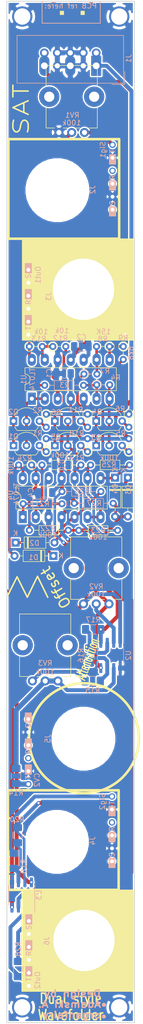
<source format=kicad_pcb>
(kicad_pcb (version 20171130) (host pcbnew "(5.1.5)-3")
  (layers (0 F.Cu signal) (31 B.Cu signal) (34 B.Paste user) (35 F.Paste user) (36 B.SilkS user) (37 F.SilkS user) (38 B.Mask user) (39 F.Mask user) (44 Edge.Cuts user))
  (net 0 "")
  (net 1 +12V)
  (net 2 GND)
  (net 3 -12V)
  (net 4 "Net-(D3-Pad1)")
  (net 5 /Sig1)
  (net 6 "Net-(J3-PadRN)")
  (net 7 "Net-(J3-PadSN)")
  (net 8 /Sig2)
  (net 9 "Net-(J3-PadR)")
  (net 10 "Net-(J4-PadRN)")
  (net 11 "Net-(J4-PadSN)")
  (net 12 /Out1)
  (net 13 "Net-(J4-PadR)")
  (net 14 "Net-(J5-PadRN)")
  (net 15 "Net-(J5-PadSN)")
  (net 16 "Net-(J5-PadR)")
  (net 17 "Net-(J6-PadRN)")
  (net 18 "Net-(J6-PadSN)")
  (net 19 /CV2)
  (net 20 "Net-(J6-PadR)")
  (net 21 "Net-(Q1-Pad1)")
  (net 22 "Net-(Q1-Pad3)")
  (net 23 "Net-(Q1-Pad2)")
  (net 24 "Net-(Q2-Pad3)")
  (net 25 "Net-(Q3-Pad1)")
  (net 26 "Net-(Q3-Pad3)")
  (net 27 "Net-(Q3-Pad2)")
  (net 28 "Net-(Q4-Pad3)")
  (net 29 "Net-(Q5-Pad1)")
  (net 30 "Net-(Q5-Pad3)")
  (net 31 "Net-(Q5-Pad2)")
  (net 32 "Net-(Q6-Pad3)")
  (net 33 "Net-(R3-Pad2)")
  (net 34 "Net-(R7-Pad2)")
  (net 35 "Net-(RV2-Pad2)")
  (net 36 "Net-(RV1-Pad2)")
  (net 37 /Bottom)
  (net 38 "Net-(D1-Pad1)")
  (net 39 /Out2)
  (net 40 /~Sig2)
  (net 41 /Top)
  (net 42 "Net-(R15-Pad2)")
  (net 43 "Net-(R18-Pad2)")
  (net 44 "Net-(R19-Pad2)")
  (net 45 "Net-(R22-Pad2)")
  (net 46 /Offset)
  (net 47 /~Offset)
  (net 48 "Net-(R8-Pad1)")
  (net 49 "Net-(J2-PadRN)")
  (net 50 "Net-(J2-PadSN)")
  (net 51 "Net-(J2-PadR)")
  (net 52 "Net-(J3-PadTN)")
  (net 53 "Net-(J6-PadTN)")
  (net 54 "Net-(J6-PadT)")
  (net 55 "Net-(R12-Pad1)")
  (net 56 "Net-(R14-Pad2)")
  (net 57 "Net-(R15-Pad1)")
  (net 58 "Net-(R16-Pad2)")
  (net 59 "Net-(R23-Pad2)")
  (net 60 "Net-(R28-Pad1)")
  (module Capacitor_SMD:C_1206_3216Metric (layer B.Cu) (at 19.5 108.2)
    (fp_text reference C4 (at -2.8 0 90) (layer B.SilkS) (effects (justify mirror)))
    (fp_text value 100n)
    (pad 2 smd roundrect (at 1.4 0) (size 1.25 1.75) (layers B.Cu B.Paste B.Mask) (roundrect_rratio 0.2) (net 3 -12V))
    (pad 1 smd roundrect (at -1.4 0) (size 1.25 1.75) (layers B.Cu B.Paste B.Mask) (roundrect_rratio 0.2) (net 2 GND))
  )
  (module Capacitor_SMD:C_1206_3216Metric (layer B.Cu) (at 22.7 102.8)
    (fp_text reference C3 (at 0 0.1) (layer B.SilkS) (effects (justify mirror)))
    (fp_text value 100n)
    (pad 2 smd roundrect (at 1.4 0) (size 1.25 1.75) (layers B.Cu B.Paste B.Mask) (roundrect_rratio 0.2) (net 1 +12V))
    (pad 1 smd roundrect (at -1.4 0) (size 1.25 1.75) (layers B.Cu B.Paste B.Mask) (roundrect_rratio 0.2) (net 2 GND))
  )
  (module Capacitor_SMD:C_1206_3216Metric (layer B.Cu) (at 26.6 79.6 180)
    (fp_text reference C2 (at 0 1.82 180) (layer B.SilkS) (effects (justify mirror)))
    (fp_text value 100n)
    (pad 2 smd roundrect (at 1.4 0 180) (size 1.25 1.75) (layers B.Cu B.Paste B.Mask) (roundrect_rratio 0.2) (net 3 -12V))
    (pad 1 smd roundrect (at -1.4 0 180) (size 1.25 1.75) (layers B.Cu B.Paste B.Mask) (roundrect_rratio 0.2) (net 2 GND))
  )
  (module Capacitor_SMD:C_1206_3216Metric (layer B.Cu) (at 23.1 84.9)
    (fp_text reference C1 (at -2.8 0 270) (layer B.SilkS) (effects (justify mirror)))
    (fp_text value 100n)
    (pad 2 smd roundrect (at 1.4 0) (size 1.25 1.75) (layers B.Cu B.Paste B.Mask) (roundrect_rratio 0.2) (net 1 +12V))
    (pad 1 smd roundrect (at -1.4 0) (size 1.25 1.75) (layers B.Cu B.Paste B.Mask) (roundrect_rratio 0.2) (net 2 GND))
  )
  (module Resistor_THT:R_Axial_DIN0204_L3.6mm_D1.6mm_P2.54mm_Vertical (layer F.Cu) (at 16.84 102.8 180)
    (fp_text reference R24 (at 1.34 1.3) (layer B.SilkS) (effects (justify mirror)))
    (fp_text value 100k (at 4.04 -0.1 90) (layer B.SilkS) (effects (justify mirror)))
    (pad 2 thru_hole oval (at 2.54 0 180) (size 1.4 1.4) (drill 0.7) (layers *.Cu *.Mask) (net 37 /Bottom))
    (pad 1 thru_hole circle (at 0 0 180) (size 1.4 1.4) (drill 0.7) (layers *.Cu *.Mask) (net 45 "Net-(R22-Pad2)"))
  )
  (module Package_SO:SOIC-8_3.9x4.9mm_P1.27mm (layer B.Cu) (at 32.3 140.1 270)
    (fp_text reference U2 (at 0 -3.5 270) (layer B.SilkS) (effects (justify mirror)))
    (fp_text value TL082)
    (pad 8 smd roundrect (at 2.475 1.905 270) (size 1.95 0.6) (layers B.Cu B.Paste B.Mask) (net 1 +12V))
    (pad 7 smd roundrect (at 2.475 0.635 270) (size 1.95 0.6) (layers B.Cu B.Paste B.Mask) (net 42 "Net-(R15-Pad2)"))
    (pad 6 smd roundrect (at 2.475 -0.635 270) (size 1.95 0.6) (layers B.Cu B.Paste B.Mask) (net 56 "Net-(R14-Pad2)"))
    (pad 5 smd roundrect (at 2.475 -1.905 270) (size 1.95 0.6) (layers B.Cu B.Paste B.Mask) (net 2 GND))
    (pad 4 smd roundrect (at -2.475 -1.905 270) (size 1.95 0.6) (layers B.Cu B.Paste B.Mask) (net 3 -12V))
    (pad 3 smd roundrect (at -2.475 -0.635 270) (size 1.95 0.6) (layers B.Cu B.Paste B.Mask) (net 35 "Net-(RV2-Pad2)"))
    (pad 2 smd roundrect (at -2.475 0.635 270) (size 1.95 0.6) (layers B.Cu B.Paste B.Mask) (net 58 "Net-(R16-Pad2)"))
    (pad 1 smd roundrect (at -2.475 1.905 270) (size 1.95 0.6) (layers B.Cu B.Paste B.Mask) (net 46 /Offset))
  )
  (module Resistor_SMD:R_1206_3216Metric_Pad1.42x1.75mm_HandSolder (layer B.Cu) (at 28.9125 135)
    (fp_text reference R17 (at 0 -1.9) (layer B.SilkS) (effects (justify mirror)))
    (fp_text value 47k)
    (pad 2 smd roundrect (at 1.4875 0) (size 1.425 1.75) (layers B.Cu B.Paste B.Mask) (roundrect_rratio 0.175439) (net 46 /Offset))
    (pad 1 smd roundrect (at -1.4875 0) (size 1.425 1.75) (layers B.Cu B.Paste B.Mask) (roundrect_rratio 0.175439) (net 58 "Net-(R16-Pad2)"))
  )
  (module Resistor_SMD:R_1206_3216Metric_Pad1.42x1.75mm_HandSolder (layer B.Cu) (at 28.2 140.1125 90)
    (fp_text reference R16 (at 0.0125 -1.7 270) (layer B.SilkS) (effects (justify mirror)))
    (fp_text value 47k)
    (pad 2 smd roundrect (at 1.4875 0 90) (size 1.425 1.75) (layers B.Cu B.Paste B.Mask) (roundrect_rratio 0.175439) (net 58 "Net-(R16-Pad2)"))
    (pad 1 smd roundrect (at -1.4875 0 90) (size 1.425 1.75) (layers B.Cu B.Paste B.Mask) (roundrect_rratio 0.175439) (net 42 "Net-(R15-Pad2)"))
  )
  (module Resistor_SMD:R_1206_3216Metric_Pad1.42x1.75mm_HandSolder (layer B.Cu) (at 28.8125 145.1)
    (fp_text reference R15 (at 0 1.82) (layer B.SilkS) (effects (justify mirror)))
    (fp_text value 4k7)
    (pad 2 smd roundrect (at 1.4875 0) (size 1.425 1.75) (layers B.Cu B.Paste B.Mask) (roundrect_rratio 0.175439) (net 42 "Net-(R15-Pad2)"))
    (pad 1 smd roundrect (at -1.4875 0) (size 1.425 1.75) (layers B.Cu B.Paste B.Mask) (roundrect_rratio 0.175439) (net 57 "Net-(R15-Pad1)"))
  )
  (module Resistor_SMD:R_1206_3216Metric_Pad1.42x1.75mm_HandSolder (layer B.Cu) (at 13.8 163.7125 90)
    (fp_text reference R14 (at -3.2875 0) (layer B.SilkS) (effects (justify mirror)))
    (fp_text value 47k)
    (pad 2 smd roundrect (at 1.4875 0 90) (size 1.425 1.75) (layers B.Cu B.Paste B.Mask) (roundrect_rratio 0.175439) (net 56 "Net-(R14-Pad2)"))
    (pad 1 smd roundrect (at -1.4875 0 90) (size 1.425 1.75) (layers B.Cu B.Paste B.Mask) (roundrect_rratio 0.175439) (net 19 /CV2))
  )
  (module Resistor_THT:R_Axial_DIN0204_L3.6mm_D1.6mm_P7.62mm_Horizontal (layer B.Cu) (at 19.4 87.2)
    (fp_text reference R3 (at 3.9 0) (layer B.SilkS) (effects (justify mirror)))
    (fp_text value 10k)
    (pad 2 thru_hole oval (at 7.62 0) (size 1.4 1.4) (drill 0.7) (layers *.Cu *.Mask) (net 33 "Net-(R3-Pad2)"))
    (pad 1 thru_hole circle (at 0 0) (size 1.4 1.4) (drill 0.7) (layers *.Cu *.Mask) (net 21 "Net-(Q1-Pad1)"))
  )
  (module Resistor_THT:R_Axial_DIN0204_L3.6mm_D1.6mm_P2.54mm_Vertical (layer F.Cu) (at 16.4 79.6)
    (fp_text reference R13 (at 1.9 -1.5) (layer B.SilkS) (effects (justify mirror)))
    (fp_text value 10k (at 2.3 -2.9) (layer B.SilkS) (effects (justify mirror)))
    (pad 2 thru_hole oval (at 2.54 0) (size 1.4 1.4) (drill 0.7) (layers *.Cu *.Mask) (net 55 "Net-(R12-Pad1)"))
    (pad 1 thru_hole circle (at 0 0) (size 1.4 1.4) (drill 0.7) (layers *.Cu *.Mask) (net 12 /Out1))
  )
  (module Resistor_THT:R_Axial_DIN0204_L3.6mm_D1.6mm_P2.54mm_Vertical (layer F.Cu) (at 21 79.6)
    (fp_text reference R12 (at 1.5 -1.6) (layer B.SilkS) (effects (justify mirror)))
    (fp_text value 10k (at 1.8 -3.1) (layer B.SilkS) (effects (justify mirror)))
    (pad 2 thru_hole oval (at 2.54 0) (size 1.4 1.4) (drill 0.7) (layers *.Cu *.Mask) (net 29 "Net-(Q5-Pad1)"))
    (pad 1 thru_hole circle (at 0 0) (size 1.4 1.4) (drill 0.7) (layers *.Cu *.Mask) (net 55 "Net-(R12-Pad1)"))
  )
  (module Resistor_THT:R_Axial_DIN0204_L3.6mm_D1.6mm_P2.54mm_Vertical (layer F.Cu) (at 27.8 92.86 270)
    (fp_text reference R11 (at -0.86 2.3 180) (layer B.SilkS) (effects (justify mirror)))
    (fp_text value 15k hide)
    (pad 2 thru_hole oval (at 2.54 0 270) (size 1.4 1.4) (drill 0.7) (layers *.Cu *.Mask) (net 32 "Net-(Q6-Pad3)"))
    (pad 1 thru_hole circle (at 0 0 270) (size 1.4 1.4) (drill 0.7) (layers *.Cu *.Mask) (net 3 -12V))
  )
  (module Resistor_THT:R_Axial_DIN0204_L3.6mm_D1.6mm_P2.54mm_Vertical (layer F.Cu) (at 27.8 100.2 90)
    (fp_text reference R10 (at 3.6 -2.1 180) (layer B.SilkS) (effects (justify mirror)))
    (fp_text value 15k hide)
    (pad 2 thru_hole oval (at 2.54 0 90) (size 1.4 1.4) (drill 0.7) (layers *.Cu *.Mask) (net 1 +12V))
    (pad 1 thru_hole circle (at 0 0 90) (size 1.4 1.4) (drill 0.7) (layers *.Cu *.Mask) (net 30 "Net-(Q5-Pad3)"))
  )
  (module Resistor_THT:R_Axial_DIN0204_L3.6mm_D1.6mm_P2.54mm_Vertical (layer F.Cu) (at 34.8 79.6 270)
    (fp_text reference R9 (at -1.7 0 180) (layer B.SilkS) (effects (justify mirror)))
    (fp_text value 6k8 (at 1.3 -1.5 90) (layer B.SilkS) (effects (justify mirror)))
    (pad 2 thru_hole oval (at 2.54 0 270) (size 1.4 1.4) (drill 0.7) (layers *.Cu *.Mask) (net 31 "Net-(Q5-Pad2)"))
    (pad 1 thru_hole circle (at 0 0 270) (size 1.4 1.4) (drill 0.7) (layers *.Cu *.Mask) (net 48 "Net-(R8-Pad1)"))
  )
  (module Resistor_THT:R_Axial_DIN0204_L3.6mm_D1.6mm_P2.54mm_Vertical (layer F.Cu) (at 32.1 79.6 180)
    (fp_text reference R8 (at 1.3 1.5) (layer B.SilkS) (effects (justify mirror)))
    (fp_text value 15K (at 1.2 2.9) (layer B.SilkS) (effects (justify mirror)))
    (pad 2 thru_hole oval (at 2.54 0 180) (size 1.4 1.4) (drill 0.7) (layers *.Cu *.Mask) (net 34 "Net-(R7-Pad2)"))
    (pad 1 thru_hole circle (at 0 0 180) (size 1.4 1.4) (drill 0.7) (layers *.Cu *.Mask) (net 48 "Net-(R8-Pad1)"))
  )
  (module Resistor_THT:R_Axial_DIN0204_L3.6mm_D1.6mm_P2.54mm_Vertical (layer B.Cu) (at 27.1 85)
    (fp_text reference R7 (at 4.1 -0.6) (layer B.SilkS) (effects (justify mirror)))
    (fp_text value 2k2)
    (pad 2 thru_hole oval (at 2.54 0) (size 1.4 1.4) (drill 0.7) (layers *.Cu *.Mask) (net 34 "Net-(R7-Pad2)"))
    (pad 1 thru_hole circle (at 0 0) (size 1.4 1.4) (drill 0.7) (layers *.Cu *.Mask) (net 25 "Net-(Q3-Pad1)"))
  )
  (module Resistor_THT:R_Axial_DIN0204_L3.6mm_D1.6mm_P2.54mm_Vertical (layer F.Cu) (at 35.9 92.86 270)
    (fp_text reference R6 (at -1.06 1.7 180) (layer B.SilkS) (effects (justify mirror)))
    (fp_text value 15k hide)
    (pad 2 thru_hole oval (at 2.54 0 270) (size 1.4 1.4) (drill 0.7) (layers *.Cu *.Mask) (net 28 "Net-(Q4-Pad3)"))
    (pad 1 thru_hole circle (at 0 0 270) (size 1.4 1.4) (drill 0.7) (layers *.Cu *.Mask) (net 3 -12V))
  )
  (module Resistor_THT:R_Axial_DIN0204_L3.6mm_D1.6mm_P2.54mm_Vertical (layer F.Cu) (at 35.9 100.2 90)
    (fp_text reference R5 (at 3.6 -1.6 180) (layer B.SilkS) (effects (justify mirror)))
    (fp_text value 15k hide)
    (pad 2 thru_hole oval (at 2.54 0 90) (size 1.4 1.4) (drill 0.7) (layers *.Cu *.Mask) (net 1 +12V))
    (pad 1 thru_hole circle (at 0 0 90) (size 1.4 1.4) (drill 0.7) (layers *.Cu *.Mask) (net 26 "Net-(Q3-Pad3)"))
  )
  (module Resistor_THT:R_Axial_DIN0204_L3.6mm_D1.6mm_P2.54mm_Vertical (layer B.Cu) (at 29.6 87.1)
    (fp_text reference R4 (at 3.7 -1.4) (layer B.SilkS) (effects (justify mirror)))
    (fp_text value 47k)
    (pad 2 thru_hole oval (at 2.54 0) (size 1.4 1.4) (drill 0.7) (layers *.Cu *.Mask) (net 27 "Net-(Q3-Pad2)"))
    (pad 1 thru_hole circle (at 0 0) (size 1.4 1.4) (drill 0.7) (layers *.Cu *.Mask) (net 33 "Net-(R3-Pad2)"))
  )
  (module Resistor_THT:R_Axial_DIN0204_L3.6mm_D1.6mm_P2.54mm_Vertical (layer F.Cu) (at 19.7 100.2 90)
    (fp_text reference R1 (at 3.6 -1.7 180) (layer B.SilkS) (effects (justify mirror)))
    (fp_text value 15k hide)
    (pad 2 thru_hole oval (at 2.54 0 90) (size 1.4 1.4) (drill 0.7) (layers *.Cu *.Mask) (net 1 +12V))
    (pad 1 thru_hole circle (at 0 0 90) (size 1.4 1.4) (drill 0.7) (layers *.Cu *.Mask) (net 22 "Net-(Q1-Pad3)"))
  )
  (module Resistor_THT:R_Axial_DIN0204_L3.6mm_D1.6mm_P2.54mm_Vertical (layer F.Cu) (at 19.7 92.86 270)
    (fp_text reference R2 (at -0.76 1.7 180) (layer B.SilkS) (effects (justify mirror)))
    (fp_text value 15k hide)
    (pad 2 thru_hole oval (at 2.54 0 270) (size 1.4 1.4) (drill 0.7) (layers *.Cu *.Mask) (net 24 "Net-(Q2-Pad3)"))
    (pad 1 thru_hole circle (at 0 0 270) (size 1.4 1.4) (drill 0.7) (layers *.Cu *.Mask) (net 3 -12V))
  )
  (module Resistor_SMD:R_1206_3216Metric_Pad1.42x1.75mm_HandSolder (layer B.Cu) (at 14.2 201.5025 270)
    (fp_text reference R28 (at -3.9025 0 90) (layer B.SilkS) (effects (justify mirror)))
    (fp_text value 1k)
    (pad 2 smd roundrect (at 1.4875 0 270) (size 1.425 1.75) (layers B.Cu B.Paste B.Mask) (roundrect_rratio 0.175439) (net 54 "Net-(J6-PadT)"))
    (pad 1 smd roundrect (at -1.4875 0 270) (size 1.425 1.75) (layers B.Cu B.Paste B.Mask) (roundrect_rratio 0.175439) (net 60 "Net-(R28-Pad1)"))
  )
  (module Resistor_SMD:R_1206_3216Metric_Pad1.42x1.75mm_HandSolder (layer B.Cu) (at 14.1 175.2875 90)
    (fp_text reference R20 (at 3.0875 -0.1 180) (layer B.SilkS) (effects (justify mirror)))
    (fp_text value 47k)
    (pad 2 smd roundrect (at 1.4875 0 90) (size 1.425 1.75) (layers B.Cu B.Paste B.Mask) (roundrect_rratio 0.175439) (net 40 /~Sig2))
    (pad 1 smd roundrect (at -1.4875 0 90) (size 1.425 1.75) (layers B.Cu B.Paste B.Mask) (roundrect_rratio 0.175439) (net 43 "Net-(R18-Pad2)"))
  )
  (module Resistor_SMD:R_1206_3216Metric_Pad1.42x1.75mm_HandSolder (layer B.Cu) (at 13.4 180.3125 270)
    (fp_text reference R18 (at 1.0875 -1.9 90) (layer B.SilkS) (effects (justify mirror)))
    (fp_text value 47k)
    (pad 2 smd roundrect (at 1.4875 0 270) (size 1.425 1.75) (layers B.Cu B.Paste B.Mask) (roundrect_rratio 0.175439) (net 43 "Net-(R18-Pad2)"))
    (pad 1 smd roundrect (at -1.4875 0 270) (size 1.425 1.75) (layers B.Cu B.Paste B.Mask) (roundrect_rratio 0.175439) (net 8 /Sig2))
  )
  (module Package_SO:SOIC-8_3.9x4.9mm_P1.27mm (layer B.Cu) (at 14.9 187 90)
    (fp_text reference U3 (at 0 3.4 90) (layer B.SilkS) (effects (justify mirror)))
    (fp_text value TL082)
    (pad 8 smd roundrect (at 2.475 1.905 90) (size 1.95 0.6) (layers B.Cu B.Paste B.Mask) (net 1 +12V))
    (pad 7 smd roundrect (at 2.475 0.635 90) (size 1.95 0.6) (layers B.Cu B.Paste B.Mask) (net 40 /~Sig2))
    (pad 6 smd roundrect (at 2.475 -0.635 90) (size 1.95 0.6) (layers B.Cu B.Paste B.Mask) (net 43 "Net-(R18-Pad2)"))
    (pad 5 smd roundrect (at 2.475 -1.905 90) (size 1.95 0.6) (layers B.Cu B.Paste B.Mask) (net 2 GND))
    (pad 4 smd roundrect (at -2.475 -1.905 90) (size 1.95 0.6) (layers B.Cu B.Paste B.Mask) (net 3 -12V))
    (pad 3 smd roundrect (at -2.475 -0.635 90) (size 1.95 0.6) (layers B.Cu B.Paste B.Mask) (net 39 /Out2))
    (pad 2 smd roundrect (at -2.475 0.635 90) (size 1.95 0.6) (layers B.Cu B.Paste B.Mask) (net 54 "Net-(J6-PadT)"))
    (pad 1 smd roundrect (at -2.475 1.905 90) (size 1.95 0.6) (layers B.Cu B.Paste B.Mask) (net 60 "Net-(R28-Pad1)"))
  )
  (module Resistor_THT:R_Axial_DIN0204_L3.6mm_D1.6mm_P7.62mm_Horizontal (layer B.Cu) (at 32.82 110.3 180)
    (fp_text reference R27 (at 3.72 0) (layer B.SilkS) (effects (justify mirror)))
    (fp_text value 15k)
    (pad 2 thru_hole oval (at 7.62 0 180) (size 1.4 1.4) (drill 0.7) (layers *.Cu *.Mask) (net 1 +12V))
    (pad 1 thru_hole circle (at 0 0 180) (size 1.4 1.4) (drill 0.7) (layers *.Cu *.Mask) (net 39 /Out2))
  )
  (module Resistor_THT:R_Axial_DIN0204_L3.6mm_D1.6mm_P7.62mm_Horizontal (layer B.Cu) (at 22.8 108)
    (fp_text reference R26 (at 3.9 0) (layer B.SilkS) (effects (justify mirror)))
    (fp_text value 15k)
    (pad 2 thru_hole oval (at 7.62 0) (size 1.4 1.4) (drill 0.7) (layers *.Cu *.Mask) (net 38 "Net-(D1-Pad1)"))
    (pad 1 thru_hole circle (at 0 0) (size 1.4 1.4) (drill 0.7) (layers *.Cu *.Mask) (net 3 -12V))
  )
  (module Resistor_THT:R_Axial_DIN0204_L3.6mm_D1.6mm_P7.62mm_Horizontal (layer B.Cu) (at 22.8 110.4 180)
    (fp_text reference R21 (at 3.9 0 180) (layer B.SilkS) (effects (justify mirror)))
    (fp_text value 100k)
    (pad 2 thru_hole oval (at 7.62 0 180) (size 1.4 1.4) (drill 0.7) (layers *.Cu *.Mask) (net 47 /~Offset))
    (pad 1 thru_hole circle (at 0 0 180) (size 1.4 1.4) (drill 0.7) (layers *.Cu *.Mask) (net 44 "Net-(R19-Pad2)"))
  )
  (module Resistor_THT:R_Axial_DIN0204_L3.6mm_D1.6mm_P7.62mm_Horizontal (layer F.Cu) (at 28.4 102.8)
    (fp_text reference R25 (at 3.6 -0.1) (layer B.SilkS) (effects (justify mirror)))
    (fp_text value 100k (at 3.7 -1.4) (layer B.SilkS) (effects (justify mirror)))
    (pad 2 thru_hole oval (at 7.62 0) (size 1.4 1.4) (drill 0.7) (layers *.Cu *.Mask) (net 41 /Top))
    (pad 1 thru_hole circle (at 0 0) (size 1.4 1.4) (drill 0.7) (layers *.Cu *.Mask) (net 59 "Net-(R23-Pad2)"))
  )
  (module Resistor_THT:R_Axial_DIN0204_L3.6mm_D1.6mm_P7.62mm_Horizontal (layer F.Cu) (at 26.5 102.8 180)
    (fp_text reference R19 (at 0.7 1.4) (layer B.SilkS) (effects (justify mirror)))
    (fp_text value 100k (at 4.1 1.9) (layer B.SilkS) (effects (justify mirror)))
    (pad 2 thru_hole oval (at 7.62 0 180) (size 1.4 1.4) (drill 0.7) (layers *.Cu *.Mask) (net 44 "Net-(R19-Pad2)"))
    (pad 1 thru_hole circle (at 0 0 180) (size 1.4 1.4) (drill 0.7) (layers *.Cu *.Mask) (net 46 /Offset))
  )
  (module Resistor_THT:R_Axial_DIN0204_L3.6mm_D1.6mm_P7.62mm_Horizontal (layer F.Cu) (at 24.02 115.58 180)
    (fp_text reference R22 (at 4.02 0.38) (layer B.SilkS) (effects (justify mirror)))
    (fp_text value 100k (at 4.02 -0.92) (layer B.SilkS) (effects (justify mirror)))
    (pad 2 thru_hole oval (at 7.62 0 180) (size 1.4 1.4) (drill 0.7) (layers *.Cu *.Mask) (net 45 "Net-(R22-Pad2)"))
    (pad 1 thru_hole circle (at 0 0 180) (size 1.4 1.4) (drill 0.7) (layers *.Cu *.Mask) (net 40 /~Sig2))
  )
  (module Resistor_THT:R_Axial_DIN0204_L3.6mm_D1.6mm_P7.62mm_Horizontal (layer F.Cu) (at 26.08 115.6)
    (fp_text reference R23 (at 3.82 0) (layer B.SilkS) (effects (justify mirror)))
    (fp_text value 100k (at 3.81 1.3) (layer B.SilkS) (effects (justify mirror)))
    (pad 2 thru_hole oval (at 7.62 0) (size 1.4 1.4) (drill 0.7) (layers *.Cu *.Mask) (net 59 "Net-(R23-Pad2)"))
    (pad 1 thru_hole circle (at 0 0) (size 1.4 1.4) (drill 0.7) (layers *.Cu *.Mask) (net 40 /~Sig2))
  )
  (module Diode_THT:D_DO-35_SOD27_P7.62mm_Horizontal (layer F.Cu) (at 33.2 105.28 270)
    (fp_text reference D4 (at 2.22 0 90) (layer B.SilkS) (effects (justify mirror)))
    (fp_text value 1N4148 hide)
    (fp_text user K (at -1.58 0 90) (layer B.SilkS) (effects (justify mirror)))
    (pad 2 thru_hole oval (at 7.62 0 270) (size 1.6 1.6) (drill 0.8) (layers *.Cu *.Mask) (net 39 /Out2))
    (pad 1 thru_hole rect (at 0 0 270) (size 1.6 1.6) (drill 0.8) (layers *.Cu *.Mask) (net 41 /Top))
  )
  (module Diode_THT:D_DO-35_SOD27_P7.62mm_Horizontal (layer F.Cu) (at 35.7 105.28 270)
    (fp_text reference D3 (at 2.32 -0.1 90) (layer B.SilkS) (effects (justify mirror)))
    (fp_text value 1N4148 hide)
    (fp_text user K (at -1.48 0.8 90) (layer B.SilkS) (effects (justify mirror)))
    (pad 2 thru_hole oval (at 7.62 0 270) (size 1.6 1.6) (drill 0.8) (layers *.Cu *.Mask) (net 39 /Out2))
    (pad 1 thru_hole rect (at 0 0 270) (size 1.6 1.6) (drill 0.8) (layers *.Cu *.Mask) (net 4 "Net-(D3-Pad1)"))
  )
  (module Diode_THT:D_DO-35_SOD27_P7.62mm_Horizontal (layer F.Cu) (at 21.12 120.6 180)
    (fp_text reference D1 (at 3.92 -0.3) (layer B.SilkS) (effects (justify mirror)))
    (fp_text value 1N4148 hide)
    (fp_text user K (at -1.48 0) (layer B.SilkS) (effects (justify mirror)))
    (pad 2 thru_hole oval (at 7.62 0 180) (size 1.6 1.6) (drill 0.8) (layers *.Cu *.Mask) (net 37 /Bottom))
    (pad 1 thru_hole rect (at 0 0 180) (size 1.6 1.6) (drill 0.8) (layers *.Cu *.Mask) (net 38 "Net-(D1-Pad1)"))
  )
  (module logo:telec-8 (layer F.Cu) (at 24.8 16.3)
    (fp_text reference LOGO1 hide)
    (fp_text value telec hide)
    (fp_poly (pts (xy 3.27025 -4.064) (xy 4.064 -4.064) (xy 4.064 -3.2385) (xy 3.27025 -3.2385) (xy 3.27025 -4.064)) (layer F.Cu) (width 0.01))
    (fp_poly (pts (xy 3.27025 -2.413) (xy 2.44475 -2.413) (xy 2.44475 -1.61925) (xy 1.651 -1.61925) (xy 1.651 -3.2385) (xy 3.27025 -3.2385) (xy 3.27025 -2.413)) (layer F.Cu) (width 0.01))
    (fp_poly (pts (xy -4.064 -3.2385) (xy -4.064 -4.064) (xy -3.2385 -4.064) (xy -3.2385 -3.2385) (xy -4.064 -3.2385)) (layer F.Cu) (width 0.01))
    (fp_poly (pts (xy -1.61925 -3.2385) (xy -1.61925 -1.61925) (xy -2.413 -1.61925) (xy -2.413 -2.413) (xy -3.2385 -2.413) (xy -3.2385 -3.2385) (xy -1.61925 -3.2385)) (layer F.Cu) (width 0.01))
    (fp_poly (pts (xy 0.8255 0.03175) (xy 1.651 0.03175) (xy 1.651 0.8255) (xy -1.61925 0.8255) (xy -1.61925 0.03175) (xy -0.79375 0.03175) (xy -0.79375 -1.61925) (xy 0.8255 -1.61925) (xy 0.8255 0.03175)) (layer F.Cu) (width 0.01))
  )
  (module Potentiometer_THT:Potentiometer_Alps_RK09K_Single_Vertical (layer F.Cu) (at 32 130 90)
    (fp_text reference RV2 (at 3.4 -2.5 180) (layer B.SilkS) (effects (justify mirror)))
    (fp_text value 100k (at 1.9 -2.5 180) (layer B.SilkS) (effects (justify mirror)))
    (pad "" np_thru_hole circle (at 7 1.9 90) (size 4 4) (drill 2) (layers *.Cu *.Mask))
    (pad "" np_thru_hole circle (at 7 -6.9 90) (size 4 4) (drill 2) (layers *.Cu *.Mask))
    (pad 1 thru_hole circle (at 0 0 90) (size 1.8 1.8) (drill 1) (layers *.Cu *.Mask) (net 1 +12V))
    (pad 2 thru_hole circle (at 0 -2.5 90) (size 1.8 1.8) (drill 1) (layers *.Cu *.Mask) (net 35 "Net-(RV2-Pad2)"))
    (pad 3 thru_hole circle (at 0 -5 90) (size 1.8 1.8) (drill 1) (layers *.Cu *.Mask) (net 3 -12V))
  )
  (module Potentiometer_THT:Potentiometer_Alps_RK09K_Single_Vertical (layer F.Cu) (at 22 145.1 90)
    (fp_text reference RV3 (at 3.5 -2.5 180) (layer B.SilkS) (effects (justify mirror)))
    (fp_text value 100k (at 1.8 -2.5 180) (layer B.SilkS) (effects (justify mirror)))
    (pad "" np_thru_hole circle (at 7 1.9 90) (size 4 4) (drill 2) (layers *.Cu *.Mask))
    (pad "" np_thru_hole circle (at 7 -6.9 90) (size 4 4) (drill 2) (layers *.Cu *.Mask))
    (pad 1 thru_hole circle (at 0 0 90) (size 1.8 1.8) (drill 1) (layers *.Cu *.Mask) (net 56 "Net-(R14-Pad2)"))
    (pad 2 thru_hole circle (at 0 -2.5 90) (size 1.8 1.8) (drill 1) (layers *.Cu *.Mask) (net 56 "Net-(R14-Pad2)"))
    (pad 3 thru_hole circle (at 0 -5 90) (size 1.8 1.8) (drill 1) (layers *.Cu *.Mask) (net 57 "Net-(R15-Pad1)"))
  )
  (module Potentiometer_THT:Potentiometer_Alps_RK09K_Single_Vertical (layer F.Cu) (at 27.2 37.7 90)
    (fp_text reference RV1 (at 3.4 -2.4 180) (layer B.SilkS) (effects (justify mirror)))
    (fp_text value 100k (at 1.9 -2.5 180) (layer B.SilkS) (effects (justify mirror)))
    (pad "" np_thru_hole circle (at 7 1.9 90) (size 4 4) (drill 2) (layers *.Cu *.Mask))
    (pad "" np_thru_hole circle (at 7 -6.9 90) (size 4 4) (drill 2) (layers *.Cu *.Mask))
    (pad 1 thru_hole circle (at 0 0 90) (size 1.8 1.8) (drill 1) (layers *.Cu *.Mask) (net 5 /Sig1))
    (pad 2 thru_hole circle (at 0 -2.5 90) (size 1.8 1.8) (drill 1) (layers *.Cu *.Mask) (net 36 "Net-(RV1-Pad2)"))
    (pad 3 thru_hole circle (at 0 -5 90) (size 1.8 1.8) (drill 1) (layers *.Cu *.Mask) (net 2 GND))
  )
  (module Package_DIP:DIP-14_W7.62mm_LongPads (layer F.Cu) (at 15.1 113 90)
    (fp_text reference U4 (at 4.3 -2.4 90) (layer B.SilkS) (effects (justify mirror)))
    (fp_text value TL074 (at 4.5 -1.2 90) (layer B.SilkS) (effects (justify mirror)))
    (pad 14 thru_hole oval (at 7.62 0 90) (size 2.4 1.6) (drill 0.8) (layers *.Cu *.Mask) (net 37 /Bottom))
    (pad 7 thru_hole oval (at 0 15.24 90) (size 2.4 1.6) (drill 0.8) (layers *.Cu *.Mask) (net 4 "Net-(D3-Pad1)"))
    (pad 13 thru_hole oval (at 7.62 2.54 90) (size 2.4 1.6) (drill 0.8) (layers *.Cu *.Mask) (net 45 "Net-(R22-Pad2)"))
    (pad 6 thru_hole oval (at 0 12.7 90) (size 2.4 1.6) (drill 0.8) (layers *.Cu *.Mask) (net 4 "Net-(D3-Pad1)"))
    (pad 12 thru_hole oval (at 7.62 5.08 90) (size 2.4 1.6) (drill 0.8) (layers *.Cu *.Mask) (net 47 /~Offset))
    (pad 5 thru_hole oval (at 0 10.16 90) (size 2.4 1.6) (drill 0.8) (layers *.Cu *.Mask) (net 38 "Net-(D1-Pad1)"))
    (pad 11 thru_hole oval (at 7.62 7.62 90) (size 2.4 1.6) (drill 0.8) (layers *.Cu *.Mask) (net 3 -12V))
    (pad 4 thru_hole oval (at 0 7.62 90) (size 2.4 1.6) (drill 0.8) (layers *.Cu *.Mask) (net 1 +12V))
    (pad 10 thru_hole oval (at 7.62 10.16 90) (size 2.4 1.6) (drill 0.8) (layers *.Cu *.Mask) (net 46 /Offset))
    (pad 3 thru_hole oval (at 0 5.08 90) (size 2.4 1.6) (drill 0.8) (layers *.Cu *.Mask) (net 2 GND))
    (pad 9 thru_hole oval (at 7.62 12.7 90) (size 2.4 1.6) (drill 0.8) (layers *.Cu *.Mask) (net 59 "Net-(R23-Pad2)"))
    (pad 2 thru_hole oval (at 0 2.54 90) (size 2.4 1.6) (drill 0.8) (layers *.Cu *.Mask) (net 44 "Net-(R19-Pad2)"))
    (pad 8 thru_hole oval (at 7.62 15.24 90) (size 2.4 1.6) (drill 0.8) (layers *.Cu *.Mask) (net 41 /Top))
    (pad 1 thru_hole rect (at 0 0 90) (size 2.4 1.6) (drill 0.8) (layers *.Cu *.Mask) (net 47 /~Offset))
  )
  (module Package_DIP:DIP-14_W7.62mm_LongPads (layer F.Cu) (at 16.88 89.82 90)
    (fp_text reference U1 (at 3.72 -1.58 90) (layer B.SilkS) (effects (justify mirror)))
    (fp_text value TL074 (at 3.82 0.12 90) (layer B.SilkS) (effects (justify mirror)))
    (pad 14 thru_hole oval (at 7.62 0 90) (size 2.4 1.6) (drill 0.8) (layers *.Cu *.Mask) (net 12 /Out1))
    (pad 7 thru_hole oval (at 0 15.24 90) (size 2.4 1.6) (drill 0.8) (layers *.Cu *.Mask) (net 27 "Net-(Q3-Pad2)"))
    (pad 13 thru_hole oval (at 7.62 2.54 90) (size 2.4 1.6) (drill 0.8) (layers *.Cu *.Mask) (net 55 "Net-(R12-Pad1)"))
    (pad 6 thru_hole oval (at 0 12.7 90) (size 2.4 1.6) (drill 0.8) (layers *.Cu *.Mask) (net 33 "Net-(R3-Pad2)"))
    (pad 12 thru_hole oval (at 7.62 5.08 90) (size 2.4 1.6) (drill 0.8) (layers *.Cu *.Mask) (net 2 GND))
    (pad 5 thru_hole oval (at 0 10.16 90) (size 2.4 1.6) (drill 0.8) (layers *.Cu *.Mask) (net 2 GND))
    (pad 11 thru_hole oval (at 7.62 7.62 90) (size 2.4 1.6) (drill 0.8) (layers *.Cu *.Mask) (net 3 -12V))
    (pad 4 thru_hole oval (at 0 7.62 90) (size 2.4 1.6) (drill 0.8) (layers *.Cu *.Mask) (net 1 +12V))
    (pad 10 thru_hole oval (at 7.62 10.16 90) (size 2.4 1.6) (drill 0.8) (layers *.Cu *.Mask) (net 2 GND))
    (pad 3 thru_hole oval (at 0 5.08 90) (size 2.4 1.6) (drill 0.8) (layers *.Cu *.Mask) (net 36 "Net-(RV1-Pad2)"))
    (pad 9 thru_hole oval (at 7.62 12.7 90) (size 2.4 1.6) (drill 0.8) (layers *.Cu *.Mask) (net 34 "Net-(R7-Pad2)"))
    (pad 2 thru_hole oval (at 0 2.54 90) (size 2.4 1.6) (drill 0.8) (layers *.Cu *.Mask) (net 23 "Net-(Q1-Pad2)"))
    (pad 8 thru_hole oval (at 7.62 15.24 90) (size 2.4 1.6) (drill 0.8) (layers *.Cu *.Mask) (net 48 "Net-(R8-Pad1)"))
    (pad 1 thru_hole rect (at 0 0 90) (size 2.4 1.6) (drill 0.8) (layers *.Cu *.Mask) (net 23 "Net-(Q1-Pad2)"))
  )
  (module Package_TO_SOT_THT:TO-92_Inline_Wide (layer F.Cu) (at 21.4 94.2)
    (fp_text reference Q6 (at 0.3 -1.7) (layer B.SilkS) (effects (justify mirror)))
    (fp_text value BC547 hide)
    (pad 1 thru_hole rect (at 0 0 90) (size 1.5 1.5) (drill 0.8) (layers *.Cu *.Mask) (net 29 "Net-(Q5-Pad1)"))
    (pad 3 thru_hole circle (at 5.08 0 90) (size 1.5 1.5) (drill 0.8) (layers *.Cu *.Mask) (net 32 "Net-(Q6-Pad3)"))
    (pad 2 thru_hole circle (at 2.54 0 90) (size 1.5 1.5) (drill 0.8) (layers *.Cu *.Mask) (net 31 "Net-(Q5-Pad2)"))
  )
  (module Package_TO_SOT_THT:TO-92_Inline_Wide (layer F.Cu) (at 21.4 99)
    (fp_text reference Q5 (at 0.2 -1.7) (layer B.SilkS) (effects (justify mirror)))
    (fp_text value BC557 hide)
    (pad 1 thru_hole rect (at 0 0 90) (size 1.5 1.5) (drill 0.8) (layers *.Cu *.Mask) (net 29 "Net-(Q5-Pad1)"))
    (pad 3 thru_hole circle (at 5.08 0 90) (size 1.5 1.5) (drill 0.8) (layers *.Cu *.Mask) (net 30 "Net-(Q5-Pad3)"))
    (pad 2 thru_hole circle (at 2.54 0 90) (size 1.5 1.5) (drill 0.8) (layers *.Cu *.Mask) (net 31 "Net-(Q5-Pad2)"))
  )
  (module Package_TO_SOT_THT:TO-92_Inline_Wide (layer F.Cu) (at 29.5 94.2)
    (fp_text reference Q4 (at 0.2 -1.8) (layer B.SilkS) (effects (justify mirror)))
    (fp_text value BC547 hide)
    (pad 1 thru_hole rect (at 0 0 90) (size 1.5 1.5) (drill 0.8) (layers *.Cu *.Mask) (net 25 "Net-(Q3-Pad1)"))
    (pad 3 thru_hole circle (at 5.08 0 90) (size 1.5 1.5) (drill 0.8) (layers *.Cu *.Mask) (net 28 "Net-(Q4-Pad3)"))
    (pad 2 thru_hole circle (at 2.54 0 90) (size 1.5 1.5) (drill 0.8) (layers *.Cu *.Mask) (net 27 "Net-(Q3-Pad2)"))
  )
  (module Package_TO_SOT_THT:TO-92_Inline_Wide (layer F.Cu) (at 29.5 99)
    (fp_text reference Q3 (at 0 -1.6) (layer B.SilkS) (effects (justify mirror)))
    (fp_text value BC557 hide)
    (pad 1 thru_hole rect (at 0 0 90) (size 1.5 1.5) (drill 0.8) (layers *.Cu *.Mask) (net 25 "Net-(Q3-Pad1)"))
    (pad 3 thru_hole circle (at 5.08 0 90) (size 1.5 1.5) (drill 0.8) (layers *.Cu *.Mask) (net 26 "Net-(Q3-Pad3)"))
    (pad 2 thru_hole circle (at 2.54 0 90) (size 1.5 1.5) (drill 0.8) (layers *.Cu *.Mask) (net 27 "Net-(Q3-Pad2)"))
  )
  (module Package_TO_SOT_THT:TO-92_Inline_Wide (layer F.Cu) (at 13.3 99)
    (fp_text reference Q1 (at 0 -1.8) (layer B.SilkS) (effects (justify mirror)))
    (fp_text value BC557 hide)
    (pad 1 thru_hole rect (at 0 0 90) (size 1.5 1.5) (drill 0.8) (layers *.Cu *.Mask) (net 21 "Net-(Q1-Pad1)"))
    (pad 3 thru_hole circle (at 5.08 0 90) (size 1.5 1.5) (drill 0.8) (layers *.Cu *.Mask) (net 22 "Net-(Q1-Pad3)"))
    (pad 2 thru_hole circle (at 2.54 0 90) (size 1.5 1.5) (drill 0.8) (layers *.Cu *.Mask) (net 23 "Net-(Q1-Pad2)"))
  )
  (module Package_TO_SOT_THT:TO-92_Inline_Wide (layer F.Cu) (at 13.3 94.2)
    (fp_text reference Q2 (at 0 -1.8) (layer B.SilkS) (effects (justify mirror)))
    (fp_text value BC547 hide)
    (pad 1 thru_hole rect (at 0 0 90) (size 1.5 1.5) (drill 0.8) (layers *.Cu *.Mask) (net 21 "Net-(Q1-Pad1)"))
    (pad 3 thru_hole circle (at 5.08 0 90) (size 1.5 1.5) (drill 0.8) (layers *.Cu *.Mask) (net 24 "Net-(Q2-Pad3)"))
    (pad 2 thru_hole circle (at 2.54 0 90) (size 1.5 1.5) (drill 0.8) (layers *.Cu *.Mask) (net 23 "Net-(Q1-Pad2)"))
  )
  (module telec:JackHole (layer F.Cu) (at 27 156.4 270)
    (fp_text reference J5 (at 0 7 90) (layer B.SilkS) (effects (justify mirror)))
    (fp_text value CV2 (at 8.1 9.1 90) (layer B.SilkS) (effects (justify mirror)))
    (fp_text user T (at 7.62 10.795 90) (layer B.SilkS))
    (fp_text user R (at 2.54 10.795 90) (layer B.SilkS))
    (fp_text user S (at -2.54 10.795 90) (layer B.SilkS))
    (pad TN thru_hole circle (at 6.35 10.795 270) (size 1.27 1.27) (drill 0.762) (layers *.Cu *.Mask) (net 2 GND))
    (pad RN thru_hole circle (at 1.27 10.795 270) (size 1.27 1.27) (drill 0.762) (layers *.Cu *.Mask) (net 14 "Net-(J5-PadRN)"))
    (pad SN thru_hole circle (at -3.81 10.795 270) (size 1.27 1.27) (drill 0.762) (layers *.Cu *.Mask) (net 15 "Net-(J5-PadSN)"))
    (pad T thru_hole circle (at 8.89 10.795 270) (size 1.27 1.27) (drill 0.762) (layers *.Cu *.Mask) (net 19 /CV2))
    (pad R thru_hole circle (at 3.81 10.795 270) (size 1.27 1.27) (drill 0.762) (layers *.Cu *.Mask) (net 16 "Net-(J5-PadR)"))
    (pad S thru_hole circle (at -1.27 10.795 270) (size 1.27 1.27) (drill 0.762) (layers *.Cu *.Mask) (net 2 GND))
    (pad "" np_thru_hole circle (at 0 0 270) (size 12 12) (drill 12) (layers *.Cu *.Mask))
  )
  (module telec:JackHole (layer F.Cu) (at 27.1 195.9 270)
    (fp_text reference J6 (at 0.1 7.3 90) (layer B.SilkS) (effects (justify mirror)))
    (fp_text value Out2 (at 7.8 9.1 90) (layer B.SilkS) (effects (justify mirror)))
    (fp_text user T (at 7.62 10.795 90) (layer B.SilkS))
    (fp_text user R (at 2.54 10.795 90) (layer B.SilkS))
    (fp_text user S (at -2.54 10.795 90) (layer B.SilkS))
    (pad TN thru_hole circle (at 6.35 10.795 270) (size 1.27 1.27) (drill 0.762) (layers *.Cu *.Mask) (net 53 "Net-(J6-PadTN)"))
    (pad RN thru_hole circle (at 1.27 10.795 270) (size 1.27 1.27) (drill 0.762) (layers *.Cu *.Mask) (net 17 "Net-(J6-PadRN)"))
    (pad SN thru_hole circle (at -3.81 10.795 270) (size 1.27 1.27) (drill 0.762) (layers *.Cu *.Mask) (net 18 "Net-(J6-PadSN)"))
    (pad T thru_hole circle (at 8.89 10.795 270) (size 1.27 1.27) (drill 0.762) (layers *.Cu *.Mask) (net 54 "Net-(J6-PadT)"))
    (pad R thru_hole circle (at 3.81 10.795 270) (size 1.27 1.27) (drill 0.762) (layers *.Cu *.Mask) (net 20 "Net-(J6-PadR)"))
    (pad S thru_hole circle (at -1.27 10.795 270) (size 1.27 1.27) (drill 0.762) (layers *.Cu *.Mask) (net 2 GND))
    (pad "" np_thru_hole circle (at 0 0 270) (size 12 12) (drill 12) (layers *.Cu *.Mask))
  )
  (module telec:JackHole (layer F.Cu) (at 27 68.4 270)
    (fp_text reference J3 (at 1.4 6.8 90) (layer B.SilkS) (effects (justify mirror)))
    (fp_text value Out1 (at -2.8 8.9 90) (layer B.SilkS) (effects (justify mirror)))
    (fp_text user T (at 7.62 10.795 90) (layer B.SilkS))
    (fp_text user R (at 2.54 10.795 90) (layer B.SilkS))
    (fp_text user S (at -2.54 10.795 90) (layer B.SilkS))
    (pad TN thru_hole circle (at 6.35 10.795 270) (size 1.27 1.27) (drill 0.762) (layers *.Cu *.Mask) (net 52 "Net-(J3-PadTN)"))
    (pad RN thru_hole circle (at 1.27 10.795 270) (size 1.27 1.27) (drill 0.762) (layers *.Cu *.Mask) (net 6 "Net-(J3-PadRN)"))
    (pad SN thru_hole circle (at -3.81 10.795 270) (size 1.27 1.27) (drill 0.762) (layers *.Cu *.Mask) (net 7 "Net-(J3-PadSN)"))
    (pad T thru_hole circle (at 8.89 10.795 270) (size 1.27 1.27) (drill 0.762) (layers *.Cu *.Mask) (net 12 /Out1))
    (pad R thru_hole circle (at 3.81 10.795 270) (size 1.27 1.27) (drill 0.762) (layers *.Cu *.Mask) (net 9 "Net-(J3-PadR)"))
    (pad S thru_hole circle (at -1.27 10.795 270) (size 1.27 1.27) (drill 0.762) (layers *.Cu *.Mask) (net 2 GND))
    (pad "" np_thru_hole circle (at 0 0 270) (size 12 12) (drill 12) (layers *.Cu *.Mask))
  )
  (module telec:JackHole (layer F.Cu) (at 21.8 176.6 90)
    (fp_text reference J4 (at 0.2 7 90) (layer B.SilkS) (effects (justify mirror)))
    (fp_text value Sig2 (at 7.9 8.9 90) (layer B.SilkS) (effects (justify mirror)))
    (fp_text user T (at 7.62 10.795 90) (layer B.SilkS))
    (fp_text user R (at 2.54 10.795 90) (layer B.SilkS))
    (fp_text user S (at -2.54 10.795 90) (layer B.SilkS))
    (pad TN thru_hole circle (at 6.35 10.795 90) (size 1.27 1.27) (drill 0.762) (layers *.Cu *.Mask) (net 2 GND))
    (pad RN thru_hole circle (at 1.27 10.795 90) (size 1.27 1.27) (drill 0.762) (layers *.Cu *.Mask) (net 10 "Net-(J4-PadRN)"))
    (pad SN thru_hole circle (at -3.81 10.795 90) (size 1.27 1.27) (drill 0.762) (layers *.Cu *.Mask) (net 11 "Net-(J4-PadSN)"))
    (pad T thru_hole circle (at 8.89 10.795 90) (size 1.27 1.27) (drill 0.762) (layers *.Cu *.Mask) (net 8 /Sig2))
    (pad R thru_hole circle (at 3.81 10.795 90) (size 1.27 1.27) (drill 0.762) (layers *.Cu *.Mask) (net 13 "Net-(J4-PadR)"))
    (pad S thru_hole circle (at -1.27 10.795 90) (size 1.27 1.27) (drill 0.762) (layers *.Cu *.Mask) (net 2 GND))
    (pad "" np_thru_hole circle (at 0 0 90) (size 12 12) (drill 12) (layers *.Cu *.Mask))
  )
  (module telec:EuroPower (layer B.Cu) (at 29.5 24.64 90)
    (fp_text reference J1 (at 1.397 6.35 90) (layer B.SilkS) (effects (justify mirror)))
    (fp_text value EuroPower)
    (pad 3 thru_hole oval (at 0 -10.16 180) (size 1.98 3.96) (drill 1.32) (layers *.Cu *.Mask) (net 1 +12V))
    (pad 1 thru_hole rect (at 0 0 180) (size 1.98 3.96) (drill 1.32) (layers *.Cu *.Mask) (net 3 -12V))
    (pad 2 thru_hole oval (at 0 -5.08 180) (size 1.98 3.96) (drill 1.32) (layers *.Cu *.Mask) (net 2 GND))
    (pad 2 thru_hole oval (at 0 -7.62 90) (size 1.7272 1.7272) (drill 1.016) (layers *.Cu *.Mask) (net 2 GND))
    (pad 2 thru_hole oval (at 2.54 -7.62 90) (size 1.7272 1.7272) (drill 1.016) (layers *.Cu *.Mask) (net 2 GND))
    (pad 2 thru_hole oval (at 2.54 -5.08 90) (size 1.7272 1.7272) (drill 1.016) (layers *.Cu *.Mask) (net 2 GND))
    (pad 3 thru_hole oval (at 2.54 -10.16 90) (size 1.7272 1.7272) (drill 1.016) (layers *.Cu *.Mask) (net 1 +12V))
    (pad 2 thru_hole oval (at 0 -2.54 90) (size 1.7272 1.7272) (drill 1.016) (layers *.Cu *.Mask) (net 2 GND))
    (pad 2 thru_hole oval (at 2.54 -2.54 90) (size 1.7272 1.7272) (drill 1.016) (layers *.Cu *.Mask) (net 2 GND))
    (pad 1 thru_hole oval (at 2.54 0 90) (size 1.7272 1.7272) (drill 1.016) (layers *.Cu *.Mask) (net 3 -12V))
  )
  (module telec:JackHole (layer F.Cu) (at 21.9 49 90)
    (fp_text reference J2 (at 0.1 6.9 90) (layer B.SilkS) (effects (justify mirror)))
    (fp_text value Sig1 (at 7.9 8.9 90) (layer B.SilkS) (effects (justify mirror)))
    (fp_text user T (at 7.62 10.795 90) (layer B.SilkS))
    (fp_text user R (at 2.54 10.795 90) (layer B.SilkS))
    (fp_text user S (at -2.54 10.795 90) (layer B.SilkS))
    (pad TN thru_hole circle (at 6.35 10.795 90) (size 1.27 1.27) (drill 0.762) (layers *.Cu *.Mask) (net 2 GND))
    (pad RN thru_hole circle (at 1.27 10.795 90) (size 1.27 1.27) (drill 0.762) (layers *.Cu *.Mask) (net 49 "Net-(J2-PadRN)"))
    (pad SN thru_hole circle (at -3.81 10.795 90) (size 1.27 1.27) (drill 0.762) (layers *.Cu *.Mask) (net 50 "Net-(J2-PadSN)"))
    (pad T thru_hole circle (at 8.89 10.795 90) (size 1.27 1.27) (drill 0.762) (layers *.Cu *.Mask) (net 5 /Sig1))
    (pad R thru_hole circle (at 3.81 10.795 90) (size 1.27 1.27) (drill 0.762) (layers *.Cu *.Mask) (net 51 "Net-(J2-PadR)"))
    (pad S thru_hole circle (at -1.27 10.795 90) (size 1.27 1.27) (drill 0.762) (layers *.Cu *.Mask) (net 2 GND))
    (pad "" np_thru_hole circle (at 0 0 90) (size 12 12) (drill 12) (layers *.Cu *.Mask))
  )
  (module Kosmo_panel:Kosmo_Panel_Dual_Mounting_Holes (layer F.Cu) (at 15 209)
    (fp_text reference H2 hide)
    (fp_text value Mounting_Holes hide)
    (pad 1 thru_hole circle (at 0.0127 -194.0052) (size 4 4) (drill 3.2) (layers *.Cu *.Mask) (net 2 GND))
    (pad 1 thru_hole circle (at 0 0) (size 4 4) (drill 3.2) (layers *.Cu *.Mask) (net 2 GND))
  )
  (module Kosmo_panel:Kosmo_Panel_Dual_Mounting_Holes (layer F.Cu) (at 34 209)
    (fp_text reference H1 hide)
    (fp_text value Mounting_Holes hide)
    (pad 1 thru_hole circle (at 0.0127 -194.0052) (size 4 4) (drill 3.2) (layers *.Cu *.Mask) (net 2 GND))
    (pad 1 thru_hole circle (at 0 0) (size 4 4) (drill 3.2) (layers *.Cu *.Mask) (net 2 GND))
  )
  (module Diode_THT:D_DO-35_SOD27_P7.62mm_Horizontal (layer F.Cu) (at 13.7 118)
    (fp_text reference D2 (at 3.7 0.1) (layer B.SilkS) (effects (justify mirror)))
    (fp_text value 1N4148 hide)
    (fp_text user K (at 0 -1.8) (layer B.SilkS) (effects (justify mirror)))
    (pad 2 thru_hole oval (at 7.62 0) (size 1.6 1.6) (drill 0.8) (layers *.Cu *.Mask) (net 40 /~Sig2))
    (pad 1 thru_hole rect (at 0 0) (size 1.6 1.6) (drill 0.8) (layers *.Cu *.Mask) (net 38 "Net-(D1-Pad1)"))
  )
  (gr_text "PCB ref here:" (at 24.5 12.9) (layer B.SilkS) (effects (font (size 1 1)) (justify mirror)))
  (gr_line (start 30.3 12) (end 18.9 12) (layer B.SilkS) (width 0.15))
  (gr_line (start 18.9 12) (end 18.9 16.3) (layer B.SilkS) (width 0.15))
  (gr_line (start 18.9 16.3) (end 30.3 16.3) (layer B.SilkS) (width 0.15))
  (gr_line (start 30.3 16.3) (end 30.3 12) (layer B.SilkS) (width 0.15))
  (gr_line (start 12.1 127.3) (end 12.4 127.9) (layer F.Cu) (width 0.3))
  (gr_line (start 20 127.1) (end 19.6 127.9) (layer F.Cu) (width 0.3))
  (gr_line (start 16 127.1) (end 16.4 127.9) (layer F.Cu) (width 0.3))
  (gr_line (start 16 127.1) (end 15.6 127.9) (layer F.Cu) (width 0.3))
  (gr_line (start 19.6 127.9) (end 18.4 125.5) (layer F.Cu) (width 0.3))
  (gr_line (start 18 126.3) (end 18.4 125.5) (layer F.Cu) (width 0.3))
  (gr_line (start 18 126.3) (end 17.6 125.5) (layer F.Cu) (width 0.3))
  (gr_line (start 16.4 127.9) (end 17.6 125.5) (layer F.Cu) (width 0.3))
  (gr_line (start 15.6 127.9) (end 14.4 125.5) (layer F.Cu) (width 0.3))
  (gr_line (start 14 126.3) (end 14.4 125.5) (layer F.Cu) (width 0.3))
  (gr_line (start 14 126.3) (end 13.6 125.5) (layer F.Cu) (width 0.3))
  (gr_line (start 12.4 127.9) (end 13.6 125.5) (layer F.Cu) (width 0.3))
  (gr_line (start 18 124.6) (end 20 128.7) (layer F.SilkS) (width 0.3))
  (gr_line (start 16 128.7) (end 18 124.6) (layer F.SilkS) (width 0.3))
  (gr_line (start 14 124.7) (end 16 128.7) (layer F.SilkS) (width 0.3))
  (gr_line (start 12.1 128.5) (end 14 124.7) (layer F.SilkS) (width 0.3))
  (gr_circle (center 31 208.5) (end 31.2 208.5) (layer B.SilkS) (width 0.4))
  (gr_circle (center 31 210.8) (end 31.2 210.8) (layer B.SilkS) (width 0.4))
  (gr_circle (center 27.1 156.3) (end 37.864757 156.3) (layer F.SilkS) (width 0.5))
  (gr_line (start 33.9 186) (end 12.2 186) (layer F.SilkS) (width 0.5))
  (gr_line (start 33.9 166.5) (end 33.9 186) (layer F.SilkS) (width 0.5))
  (gr_poly (pts (xy 36.9 205.9) (xy 14.9 205.9) (xy 14.9 186) (xy 36.9 186)) (layer F.SilkS) (width 0.1))
  (gr_line (start 12.2 166.5) (end 33.9 166.5) (layer F.SilkS) (width 0.5))
  (gr_line (start 12.2 186) (end 12.2 166.5) (layer F.SilkS) (width 0.5))
  (gr_text Attenuation (at 27.8 140.8 70) (layer F.SilkS) (effects (font (size 2 1) (thickness 0.25))))
  (gr_text Offset (at 21.6 126.8 120) (layer F.SilkS) (effects (font (size 2 2) (thickness 0.3))))
  (gr_line (start 12.3 58.5) (end 12.3 39) (layer F.SilkS) (width 0.5))
  (gr_line (start 34 58.5) (end 12.3 58.5) (layer F.SilkS) (width 0.5))
  (gr_line (start 34 39) (end 34 58.5) (layer F.SilkS) (width 0.5))
  (gr_line (start 12.3 39) (end 34 39) (layer F.SilkS) (width 0.5))
  (gr_poly (pts (xy 37 78.4) (xy 15 78.4) (xy 15 58.5) (xy 37 58.5)) (layer F.SilkS) (width 0.1))
  (gr_text SAT (at 14.8 33.2 90) (layer F.SilkS) (effects (font (size 3 4) (thickness 0.3))))
  (gr_text "Design by\nAdamski A.\norganfairy" (at 30.6 208.4) (layer B.SilkS) (effects (font (size 1.3 1.5) (thickness 0.3)) (justify left mirror)))
  (gr_text "Dual style\nWavefolder" (at 24.5 208.9) (layer F.SilkS) (effects (font (size 2 1.6) (thickness 0.3))))
  (gr_line (start 12 212) (end 12 12) (layer Edge.Cuts) (width 0.15))
  (gr_line (start 37 212) (end 12 212) (layer Edge.Cuts) (width 0.15))
  (gr_line (start 37 12) (end 37 212) (layer Edge.Cuts) (width 0.15))
  (gr_line (start 12 12) (end 37 12) (layer Edge.Cuts) (width 0.15))
  (via (at 30.4 142.5) (size 0.8) (drill 0.4) (layers F.Cu B.Cu) (net 1))
  (via (at 16.8 184.5) (size 0.8) (drill 0.4) (layers F.Cu B.Cu) (net 1))
  (segment (start 24.5 91.528) (end 24.5 89.82) (width 0.508) (layer F.Cu) (net 1))
  (segment (start 25.096401 96.04635) (end 25.096401 92.124401) (width 0.508) (layer F.Cu) (net 1))
  (segment (start 27.8 97.76) (end 26.810051 97.76) (width 0.508) (layer F.Cu) (net 1))
  (segment (start 25.096401 92.124401) (end 24.5 91.528) (width 0.508) (layer F.Cu) (net 1))
  (segment (start 26.810051 97.76) (end 25.096401 96.04635) (width 0.508) (layer F.Cu) (net 1))
  (segment (start 35.9 97.66) (end 19.7 97.66) (width 0.762) (layer B.Cu) (net 1))
  (segment (start 35.9 97.66) (end 33.323401 95.083401) (width 0.762) (layer F.Cu) (net 1))
  (segment (start 33.323401 95.083401) (end 33.323401 93.223401) (width 0.508) (layer F.Cu) (net 1))
  (segment (start 33.323401 93.223401) (end 36.39159 90.155212) (width 0.762) (layer F.Cu) (net 1))
  (segment (start 36.39159 90.155212) (end 36.39159 29.6) (width 0.762) (layer F.Cu) (net 1))
  (segment (start 26.810051 97.66) (end 27.8 97.66) (width 0.508) (layer B.Cu) (net 1))
  (segment (start 26.108526 97.66) (end 26.810051 97.66) (width 0.508) (layer B.Cu) (net 1))
  (segment (start 29.96626 132.03374) (end 32 130) (width 0.762) (layer F.Cu) (net 1))
  (segment (start 30.000001 142.100001) (end 30.4 142.5) (width 0.762) (layer F.Cu) (net 1))
  (segment (start 32 130) (end 29.466599 132.533401) (width 0.762) (layer F.Cu) (net 1))
  (segment (start 29.466599 141.566599) (end 30.000001 142.100001) (width 0.762) (layer F.Cu) (net 1))
  (segment (start 29.466599 132.533401) (end 29.466599 141.566599) (width 0.762) (layer F.Cu) (net 1))
  (segment (start 32 130) (end 29.5 132.5) (width 0.762) (layer F.Cu) (net 1))
  (segment (start 29.5 132.5) (end 25.896585 132.5) (width 0.762) (layer F.Cu) (net 1))
  (segment (start 13.91441 182.180095) (end 13.91441 144.37876) (width 0.762) (layer F.Cu) (net 1))
  (segment (start 13.91441 144.37876) (end 25.896585 132.5) (width 0.762) (layer F.Cu) (net 1))
  (segment (start 16.8 184.5) (end 16.234315 184.5) (width 0.762) (layer F.Cu) (net 1))
  (segment (start 16.234315 184.5) (end 13.91441 182.180095) (width 0.762) (layer F.Cu) (net 1))
  (segment (start 25.920566 97.66) (end 25.2 98.380566) (width 0.762) (layer B.Cu) (net 1))
  (segment (start 27.8 97.66) (end 25.920566 97.66) (width 0.762) (layer B.Cu) (net 1))
  (segment (start 25.2 98.380566) (end 25.2 99.7) (width 0.508) (layer B.Cu) (net 1))
  (via (at 24.11359 101.48641) (size 0.8) (drill 0.4) (layers F.Cu B.Cu) (net 1))
  (segment (start 25.2 99.7) (end 25.2 100.4) (width 0.762) (layer B.Cu) (net 1))
  (segment (start 25.2 100.4) (end 24.11359 101.48641) (width 0.762) (layer B.Cu) (net 1))
  (segment (start 24.11359 101.48641) (end 24.11359 104.18641) (width 0.762) (layer F.Cu) (net 1))
  (segment (start 24.11359 104.18641) (end 24 104.3) (width 0.508) (layer F.Cu) (net 1))
  (segment (start 24 104.3) (end 24 106.5) (width 0.508) (layer F.Cu) (net 1))
  (segment (start 24 106.5) (end 24 106.6) (width 0.762) (layer F.Cu) (net 1))
  (segment (start 24.033401 106.533401) (end 24 106.5) (width 0.762) (layer F.Cu) (net 1))
  (segment (start 24.033401 111.346599) (end 24.033401 106.533401) (width 0.762) (layer F.Cu) (net 1))
  (segment (start 22.78 113) (end 22.78 112.6) (width 0.762) (layer F.Cu) (net 1))
  (segment (start 22.78 112.6) (end 24.033401 111.346599) (width 0.762) (layer F.Cu) (net 1))
  (segment (start 24.033401 108.653401) (end 25.68 110.3) (width 0.762) (layer F.Cu) (net 1))
  (segment (start 24.033401 106.533401) (end 24.033401 108.653401) (width 0.762) (layer F.Cu) (net 1))
  (via (at 23.9 117.3) (size 0.8) (drill 0.4) (layers F.Cu B.Cu) (net 1))
  (segment (start 22.78 113) (end 22.78 116.18) (width 0.762) (layer B.Cu) (net 1))
  (segment (start 22.78 116.18) (end 23.9 117.3) (width 0.762) (layer B.Cu) (net 1))
  (segment (start 28.623369 126.623369) (end 32 130) (width 0.762) (layer F.Cu) (net 1))
  (segment (start 23.9 117.4) (end 23.985589 117.485589) (width 0.762) (layer F.Cu) (net 1))
  (segment (start 28.623369 121.480765) (end 28.623369 126.623369) (width 0.762) (layer F.Cu) (net 1))
  (segment (start 23.985589 117.485589) (end 24.628194 117.48559) (width 0.762) (layer F.Cu) (net 1))
  (segment (start 23.9 117.3) (end 23.9 117.4) (width 0.762) (layer F.Cu) (net 1))
  (segment (start 24.628194 117.48559) (end 28.623369 121.480765) (width 0.762) (layer F.Cu) (net 1))
  (segment (start 19.34 24.64) (end 19.34 22.1) (width 0.762) (layer F.Cu) (net 1))
  (segment (start 19.34 25.63) (end 21.51 27.8) (width 0.762) (layer F.Cu) (net 1))
  (segment (start 19.34 24.64) (end 19.34 25.63) (width 0.762) (layer F.Cu) (net 1))
  (segment (start 34.59159 27.8) (end 36.39159 29.6) (width 0.762) (layer F.Cu) (net 1))
  (segment (start 21.51 27.8) (end 34.59159 27.8) (width 0.762) (layer F.Cu) (net 1))
  (segment (start 24.11359 102.78641) (end 24.1 102.8) (width 0.508) (layer B.Cu) (net 1))
  (segment (start 24.5 84.9) (end 24.5 89.82) (width 0.762) (layer B.Cu) (net 1))
  (segment (start 24.11359 101.48641) (end 24.11359 102.78641) (width 0.762) (layer B.Cu) (net 1))
  (segment (start 24.42 24.64) (end 24.42 22.1) (width 0.762) (layer F.Cu) (net 2))
  (segment (start 28 81.24) (end 27.04 82.2) (width 0.762) (layer B.Cu) (net 2))
  (segment (start 28 79.6) (end 28 81.24) (width 0.762) (layer B.Cu) (net 2))
  (via (at 13 189.4) (size 0.8) (drill 0.4) (layers F.Cu B.Cu) (net 3))
  (segment (start 19.7 92.86) (end 22.74 92.86) (width 0.762) (layer B.Cu) (net 3))
  (segment (start 35.9 92.4) (end 36.39159 91.90841) (width 0.762) (layer B.Cu) (net 3))
  (segment (start 35.9 92.86) (end 35.9 92.4) (width 0.762) (layer B.Cu) (net 3))
  (segment (start 24.5 81.8) (end 28.6 77.7) (width 0.762) (layer F.Cu) (net 3))
  (segment (start 24.5 82.2) (end 24.5 81.8) (width 0.762) (layer F.Cu) (net 3))
  (via (at 35.2 77.2) (size 0.8) (drill 0.4) (layers F.Cu B.Cu) (net 3))
  (segment (start 28.6 77.7) (end 34.7 77.7) (width 0.762) (layer F.Cu) (net 3))
  (segment (start 34.7 77.7) (end 35.2 77.2) (width 0.762) (layer F.Cu) (net 3))
  (segment (start 36.39159 76.00841) (end 35.2 77.2) (width 0.762) (layer B.Cu) (net 3))
  (segment (start 36.39159 75.29159) (end 36.39159 76.00841) (width 0.762) (layer B.Cu) (net 3))
  (segment (start 36.39159 91.90841) (end 36.39159 75.29159) (width 0.762) (layer B.Cu) (net 3))
  (segment (start 22.74 92.86) (end 35.9 92.86) (width 0.762) (layer B.Cu) (net 3))
  (via (at 22.74 92.86) (size 0.8) (drill 0.4) (layers F.Cu B.Cu) (net 3))
  (segment (start 34.205 137.625) (end 34.205 137.625) (width 0.762) (layer B.Cu) (net 3))
  (segment (start 27 130) (end 28.9 128.1) (width 0.762) (layer B.Cu) (net 3))
  (segment (start 33 128.1) (end 34.205 129.305) (width 0.762) (layer B.Cu) (net 3))
  (segment (start 28.9 128.1) (end 33 128.1) (width 0.762) (layer B.Cu) (net 3))
  (segment (start 34.205 129.305) (end 34.205 137.625) (width 0.762) (layer B.Cu) (net 3))
  (segment (start 13 144) (end 27 130) (width 0.762) (layer F.Cu) (net 3))
  (segment (start 13 189.4) (end 13 144) (width 0.762) (layer F.Cu) (net 3))
  (segment (start 22.74 92.86) (end 22.74 95.44) (width 0.508) (layer F.Cu) (net 3))
  (segment (start 22.74 95.44) (end 22.7 95.48) (width 0.762) (layer F.Cu) (net 3))
  (segment (start 22.7 95.48) (end 22.7 98.4) (width 0.762) (layer F.Cu) (net 3))
  (segment (start 22.7 98.4) (end 22.7 100.2) (width 0.508) (layer F.Cu) (net 3))
  (segment (start 22.7 100.2) (end 22.7 103.1) (width 0.762) (layer F.Cu) (net 3))
  (segment (start 22.7 103.1) (end 22.7 105.38) (width 0.762) (layer F.Cu) (net 3))
  (segment (start 22.78 107.98) (end 22.8 108) (width 0.762) (layer F.Cu) (net 3))
  (segment (start 22.78 105.38) (end 22.78 107.98) (width 0.762) (layer F.Cu) (net 3))
  (via (at 23.1 118) (size 0.8) (drill 0.4) (layers F.Cu B.Cu) (net 3))
  (segment (start 21.57359 116.47359) (end 23.1 118) (width 0.508) (layer B.Cu) (net 3))
  (segment (start 23.499999 118.399999) (end 23.1 118) (width 0.762) (layer F.Cu) (net 3))
  (segment (start 27 129.8) (end 27.633401 129.166599) (width 0.762) (layer F.Cu) (net 3))
  (segment (start 27 130) (end 27 129.8) (width 0.762) (layer F.Cu) (net 3))
  (segment (start 27.633401 129.166599) (end 27.633401 121.783967) (width 0.762) (layer F.Cu) (net 3))
  (segment (start 24.249433 118.399999) (end 23.499999 118.399999) (width 0.762) (layer F.Cu) (net 3))
  (segment (start 27.633401 121.783967) (end 24.249433 118.399999) (width 0.762) (layer F.Cu) (net 3))
  (segment (start 29.5 24.64) (end 29.5 22.1) (width 0.762) (layer F.Cu) (net 3))
  (segment (start 31.54 24.64) (end 29.5 24.64) (width 0.762) (layer B.Cu) (net 3))
  (segment (start 36.39159 75.29159) (end 36.39159 29.49159) (width 0.762) (layer B.Cu) (net 3))
  (segment (start 36.39159 29.49159) (end 31.54 24.64) (width 0.762) (layer B.Cu) (net 3))
  (segment (start 21.38641 116.28641) (end 21.57359 116.47359) (width 0.508) (layer B.Cu) (net 3))
  (segment (start 22.8 108) (end 21.38641 109.41359) (width 0.508) (layer B.Cu) (net 3))
  (segment (start 21.38641 109.41359) (end 21.38641 116.28641) (width 0.508) (layer B.Cu) (net 3))
  (segment (start 25.2 81.5) (end 24.5 82.2) (width 0.762) (layer B.Cu) (net 3))
  (segment (start 25.2 79.6) (end 25.2 81.5) (width 0.762) (layer B.Cu) (net 3))
  (segment (start 22.72 106.38) (end 20.9 108.2) (width 0.762) (layer B.Cu) (net 3))
  (segment (start 22.72 105.38) (end 22.72 106.38) (width 0.762) (layer B.Cu) (net 3))
  (segment (start 27.86 113) (end 30.4 113) (width 0.508) (layer F.Cu) (net 4))
  (segment (start 35.7 105.782526) (end 35.7 105.28) (width 0.508) (layer F.Cu) (net 4))
  (segment (start 30.34 113) (end 30.34 111.142526) (width 0.508) (layer F.Cu) (net 4))
  (segment (start 30.34 111.142526) (end 35.7 105.782526) (width 0.508) (layer F.Cu) (net 4))
  (segment (start 30.285 37.7) (end 32.695 40.11) (width 0.762) (layer F.Cu) (net 5))
  (segment (start 27.2 37.7) (end 30.285 37.7) (width 0.762) (layer F.Cu) (net 5))
  (segment (start 17.49 167.71) (end 32.595 167.71) (width 0.762) (layer B.Cu) (net 8))
  (segment (start 12.69159 172.50841) (end 17.49 167.71) (width 0.762) (layer B.Cu) (net 8))
  (segment (start 12.69159 177.89159) (end 12.69159 172.50841) (width 0.762) (layer B.Cu) (net 8))
  (segment (start 13.4 178.6) (end 12.69159 177.89159) (width 0.762) (layer B.Cu) (net 8))
  (segment (start 13.4 178.825) (end 13.4 178.6) (width 0.762) (layer B.Cu) (net 8))
  (segment (start 16.4 81.72) (end 16.88 82.2) (width 0.508) (layer F.Cu) (net 12))
  (segment (start 16.4 79.6) (end 16.4 81.72) (width 0.508) (layer F.Cu) (net 12))
  (segment (start 16.4 77.885) (end 16.205 77.69) (width 0.508) (layer F.Cu) (net 12))
  (segment (start 16.4 79.6) (end 16.4 77.485) (width 0.508) (layer F.Cu) (net 12))
  (segment (start 13.89 165.29) (end 13.8 165.2) (width 1.016) (layer B.Cu) (net 19))
  (segment (start 16.205 165.29) (end 13.89 165.29) (width 1.016) (layer B.Cu) (net 19))
  (segment (start 13.3 99) (end 13.3 94.2) (width 0.508) (layer F.Cu) (net 21))
  (segment (start 13.3 94.2) (end 13.3 88.3) (width 0.508) (layer F.Cu) (net 21))
  (segment (start 14.4 87.2) (end 19.4 87.2) (width 0.508) (layer F.Cu) (net 21))
  (segment (start 13.3 88.3) (end 14.4 87.2) (width 0.508) (layer F.Cu) (net 21))
  (segment (start 19.68 100.3) (end 18.38 99) (width 0.508) (layer F.Cu) (net 22))
  (segment (start 19.7 100.3) (end 19.68 100.3) (width 0.508) (layer F.Cu) (net 22))
  (segment (start 15.84 99) (end 15.84 94.2) (width 0.508) (layer F.Cu) (net 23))
  (segment (start 15.84 90.86) (end 16.88 89.82) (width 0.508) (layer F.Cu) (net 23))
  (segment (start 15.84 94.2) (end 15.84 90.86) (width 0.508) (layer F.Cu) (net 23))
  (segment (start 16.88 89.82) (end 19.42 89.82) (width 0.508) (layer F.Cu) (net 23))
  (segment (start 19.58 95.4) (end 18.38 94.2) (width 0.508) (layer F.Cu) (net 24))
  (segment (start 19.7 95.4) (end 19.58 95.4) (width 0.508) (layer F.Cu) (net 24))
  (segment (start 26.400001 85.699999) (end 27.1 85) (width 0.508) (layer F.Cu) (net 25))
  (segment (start 25.83359 86.26641) (end 26.400001 85.699999) (width 0.508) (layer F.Cu) (net 25))
  (segment (start 29.5 91.846121) (end 29.080289 91.42641) (width 0.508) (layer F.Cu) (net 25))
  (segment (start 29.080289 91.42641) (end 26.540289 91.42641) (width 0.508) (layer F.Cu) (net 25))
  (segment (start 29.5 99) (end 29.5 91.846121) (width 0.508) (layer F.Cu) (net 25))
  (segment (start 26.540289 91.42641) (end 25.83359 90.719711) (width 0.508) (layer F.Cu) (net 25))
  (segment (start 25.83359 90.719711) (end 25.83359 86.26641) (width 0.508) (layer F.Cu) (net 25))
  (segment (start 35.88 100.3) (end 34.58 99) (width 0.508) (layer F.Cu) (net 26))
  (segment (start 35.9 100.3) (end 35.88 100.3) (width 0.508) (layer F.Cu) (net 26))
  (segment (start 32.04 87.2) (end 32.14 87.1) (width 0.508) (layer F.Cu) (net 27))
  (segment (start 32.04 99) (end 32.04 87.2) (width 0.508) (layer F.Cu) (net 27))
  (segment (start 35.78 95.4) (end 34.58 94.2) (width 0.508) (layer F.Cu) (net 28))
  (segment (start 35.9 95.4) (end 35.78 95.4) (width 0.508) (layer F.Cu) (net 28))
  (segment (start 21.4 99) (end 21.4 94.2) (width 0.508) (layer F.Cu) (net 29))
  (segment (start 21.4 92.942) (end 21.4 94.2) (width 0.508) (layer F.Cu) (net 29))
  (segment (start 23.16641 91.17559) (end 21.4 92.942) (width 0.508) (layer F.Cu) (net 29))
  (segment (start 23.16641 80.963539) (end 23.16641 91.17559) (width 0.508) (layer F.Cu) (net 29))
  (segment (start 23.54 79.6) (end 23.54 80.589949) (width 0.508) (layer F.Cu) (net 29))
  (segment (start 23.54 80.589949) (end 23.16641 80.963539) (width 0.508) (layer F.Cu) (net 29))
  (segment (start 27.78 100.3) (end 26.48 99) (width 0.508) (layer F.Cu) (net 30))
  (segment (start 27.8 100.3) (end 27.78 100.3) (width 0.508) (layer F.Cu) (net 30))
  (segment (start 23.94 94.2) (end 23.94 99) (width 0.508) (layer F.Cu) (net 31))
  (segment (start 30.78641 86.15359) (end 34.8 82.14) (width 0.508) (layer F.Cu) (net 31))
  (segment (start 29.325121 101.406401) (end 30.78641 99.945112) (width 0.508) (layer F.Cu) (net 31))
  (segment (start 23.94 99) (end 26.346401 101.406401) (width 0.508) (layer F.Cu) (net 31))
  (segment (start 30.78641 99.945112) (end 30.78641 86.15359) (width 0.508) (layer F.Cu) (net 31))
  (segment (start 26.346401 101.406401) (end 29.325121 101.406401) (width 0.508) (layer F.Cu) (net 31))
  (segment (start 27.68 95.4) (end 26.48 94.2) (width 0.508) (layer F.Cu) (net 32))
  (segment (start 27.8 95.4) (end 27.68 95.4) (width 0.508) (layer F.Cu) (net 32))
  (segment (start 29.5 87.2) (end 29.6 87.1) (width 0.508) (layer F.Cu) (net 33))
  (segment (start 27.02 87.2) (end 29.5 87.2) (width 0.508) (layer F.Cu) (net 33))
  (segment (start 29.6 89.8) (end 29.58 89.82) (width 0.508) (layer F.Cu) (net 33))
  (segment (start 29.6 87.1) (end 29.6 89.8) (width 0.508) (layer F.Cu) (net 33))
  (segment (start 29.64 82.26) (end 29.58 82.2) (width 0.508) (layer F.Cu) (net 34))
  (segment (start 29.64 85) (end 29.64 82.26) (width 0.508) (layer F.Cu) (net 34))
  (segment (start 29.58 79.62) (end 29.56 79.6) (width 0.508) (layer F.Cu) (net 34))
  (segment (start 29.58 82.2) (end 29.58 79.62) (width 0.508) (layer F.Cu) (net 34))
  (segment (start 32.935 137.625) (end 32.935 134.7) (width 0.762) (layer B.Cu) (net 35))
  (segment (start 32.935 134.7) (end 32.9 134.7) (width 0.762) (layer B.Cu) (net 35))
  (segment (start 29.5 131.3) (end 29.5 130) (width 0.762) (layer B.Cu) (net 35))
  (segment (start 32.9 134.7) (end 29.5 131.3) (width 0.762) (layer B.Cu) (net 35))
  (segment (start 21.96 89.82) (end 21.96 86.4) (width 0.762) (layer F.Cu) (net 36))
  (segment (start 21.96 86.4) (end 20.46 84.9) (width 0.762) (layer F.Cu) (net 36))
  (segment (start 20.46 84.9) (end 15.7 84.9) (width 0.762) (layer F.Cu) (net 36))
  (segment (start 15.7 84.9) (end 13.7 82.9) (width 0.762) (layer F.Cu) (net 36))
  (segment (start 13.7 82.9) (end 13.7 43.1) (width 0.762) (layer F.Cu) (net 36))
  (segment (start 13.7 43.1) (end 16.7 40.1) (width 0.762) (layer F.Cu) (net 36))
  (segment (start 22.3 40.1) (end 24.7 37.7) (width 0.762) (layer F.Cu) (net 36))
  (segment (start 16.7 40.1) (end 22.3 40.1) (width 0.762) (layer F.Cu) (net 36))
  (segment (start 15.16 103.66) (end 14.3 102.8) (width 0.508) (layer F.Cu) (net 37))
  (segment (start 15.16 105.38) (end 15.16 103.66) (width 0.508) (layer F.Cu) (net 37))
  (segment (start 13.200001 103.899999) (end 13.600001 103.499999) (width 0.508) (layer F.Cu) (net 37))
  (segment (start 13.600001 103.499999) (end 14.3 102.8) (width 0.508) (layer F.Cu) (net 37))
  (segment (start 12.893599 104.206401) (end 13.600001 103.499999) (width 0.508) (layer F.Cu) (net 37))
  (segment (start 12.493599 104.606401) (end 13.600001 103.499999) (width 0.508) (layer F.Cu) (net 37))
  (segment (start 13.5 120.6) (end 12.493599 119.593599) (width 0.508) (layer F.Cu) (net 37))
  (segment (start 12.493599 119.593599) (end 12.493599 104.606401) (width 0.508) (layer F.Cu) (net 37))
  (segment (start 25.42 113) (end 25.32 113) (width 0.508) (layer F.Cu) (net 38))
  (segment (start 30.42 108) (end 25.42 113) (width 0.508) (layer F.Cu) (net 38))
  (segment (start 15.408 118) (end 14.1 118) (width 0.508) (layer F.Cu) (net 38))
  (segment (start 25.32 113) (end 24.934526 113) (width 0.508) (layer F.Cu) (net 38))
  (segment (start 21.168927 116.793599) (end 24.962526 113) (width 0.508) (layer F.Cu) (net 38))
  (segment (start 15.408 118) (end 16.614401 116.793599) (width 0.508) (layer F.Cu) (net 38))
  (segment (start 24.962526 113) (end 25.32 113) (width 0.508) (layer F.Cu) (net 38))
  (segment (start 16.614401 116.793599) (end 21.168927 116.793599) (width 0.508) (layer F.Cu) (net 38))
  (segment (start 20.740927 116.793599) (end 21.168927 116.793599) (width 0.508) (layer F.Cu) (net 38))
  (segment (start 20.113599 117.420927) (end 20.740927 116.793599) (width 0.508) (layer F.Cu) (net 38))
  (segment (start 21.12 120.6) (end 20.113599 119.593599) (width 0.508) (layer F.Cu) (net 38))
  (segment (start 20.113599 119.593599) (end 20.113599 117.420927) (width 0.508) (layer F.Cu) (net 38))
  (segment (start 33.3 112.8) (end 33.2 112.9) (width 0.508) (layer F.Cu) (net 39))
  (segment (start 33.3 110.3) (end 33.3 112.8) (width 0.508) (layer F.Cu) (net 39))
  (segment (start 33.2 112.9) (end 35.7 112.9) (width 0.508) (layer F.Cu) (net 39))
  (segment (start 14.265 189.475) (end 14.265 187.735) (width 0.762) (layer B.Cu) (net 39))
  (segment (start 14.265 187.735) (end 15.1 186.9) (width 0.762) (layer B.Cu) (net 39))
  (via (at 18.4 186.9) (size 0.8) (drill 0.4) (layers F.Cu B.Cu) (net 39))
  (segment (start 15.1 186.9) (end 18.4 186.9) (width 0.762) (layer B.Cu) (net 39))
  (segment (start 34.56863 112.9) (end 35.7 112.9) (width 0.762) (layer F.Cu) (net 39))
  (segment (start 31.366599 116.102031) (end 34.56863 112.9) (width 0.762) (layer F.Cu) (net 39))
  (segment (start 18.4 186.9) (end 32.09159 186.9) (width 0.762) (layer F.Cu) (net 39))
  (segment (start 36.39159 182.6) (end 36.39159 129.241024) (width 0.762) (layer F.Cu) (net 39))
  (segment (start 31.366599 124.216033) (end 31.366599 116.102031) (width 0.762) (layer F.Cu) (net 39))
  (segment (start 32.09159 186.9) (end 36.39159 182.6) (width 0.762) (layer F.Cu) (net 39))
  (segment (start 36.39159 129.241024) (end 31.366599 124.216033) (width 0.762) (layer F.Cu) (net 39))
  (segment (start 15.535 183.55) (end 15.535 184.525) (width 0.508) (layer B.Cu) (net 40))
  (segment (start 15.38141 183.39641) (end 15.535 183.55) (width 0.508) (layer B.Cu) (net 40))
  (segment (start 15.38141 176.040604) (end 15.38141 183.39641) (width 0.508) (layer B.Cu) (net 40))
  (segment (start 14.1 173.8) (end 14.1 174.759194) (width 0.508) (layer B.Cu) (net 40))
  (segment (start 14.1 174.759194) (end 15.38141 176.040604) (width 0.508) (layer B.Cu) (net 40))
  (segment (start 26.08 115.6) (end 24.12 115.6) (width 0.508) (layer F.Cu) (net 40))
  (segment (start 14.1 173.8) (end 14.1 173.0875) (width 0.762) (layer B.Cu) (net 40))
  (segment (start 14.1 173.0875) (end 18.1875 169) (width 0.762) (layer B.Cu) (net 40))
  (via (at 18.2 169) (size 0.8) (drill 0.4) (layers F.Cu B.Cu) (net 40))
  (segment (start 18.1875 169) (end 18.2 169) (width 0.762) (layer B.Cu) (net 40))
  (segment (start 29.352189 115.6) (end 26.08 115.6) (width 0.762) (layer F.Cu) (net 40))
  (segment (start 33.37718 169) (end 35.47718 166.9) (width 0.762) (layer F.Cu) (net 40))
  (segment (start 18.2 169) (end 33.37718 169) (width 0.762) (layer F.Cu) (net 40))
  (segment (start 30.452189 116.7) (end 29.352189 115.6) (width 0.762) (layer F.Cu) (net 40))
  (segment (start 30.452189 124.646311) (end 30.452189 116.7) (width 0.762) (layer F.Cu) (net 40))
  (segment (start 35.47718 166.9) (end 35.47718 129.671302) (width 0.762) (layer F.Cu) (net 40))
  (segment (start 35.47718 129.671302) (end 30.452189 124.646311) (width 0.762) (layer F.Cu) (net 40))
  (segment (start 23.54 115.58) (end 21.12 118) (width 0.508) (layer F.Cu) (net 40))
  (segment (start 24.02 115.58) (end 23.54 115.58) (width 0.508) (layer F.Cu) (net 40))
  (segment (start 35.68 102.8) (end 33.2 105.28) (width 0.508) (layer F.Cu) (net 41))
  (segment (start 36.02 102.8) (end 35.68 102.8) (width 0.508) (layer F.Cu) (net 41))
  (segment (start 33.1 105.38) (end 33.2 105.28) (width 0.508) (layer F.Cu) (net 41))
  (segment (start 30.4 105.38) (end 33.1 105.38) (width 0.508) (layer F.Cu) (net 41))
  (segment (start 31.665 143.735) (end 30.3 145.1) (width 0.762) (layer B.Cu) (net 42))
  (segment (start 31.665 142.575) (end 31.665 143.735) (width 0.762) (layer B.Cu) (net 42))
  (segment (start 28.2 140.8875) (end 28.4875 140.6) (width 0.762) (layer B.Cu) (net 42))
  (segment (start 28.2 141.6) (end 28.2 140.8875) (width 0.762) (layer B.Cu) (net 42))
  (segment (start 28.4875 140.6) (end 31.1 140.6) (width 0.762) (layer B.Cu) (net 42))
  (segment (start 31.665 141.165) (end 31.665 142.575) (width 0.762) (layer B.Cu) (net 42))
  (segment (start 31.1 140.6) (end 31.665 141.165) (width 0.762) (layer B.Cu) (net 42))
  (segment (start 14.265 182.665) (end 14.265 184.525) (width 0.762) (layer B.Cu) (net 43))
  (segment (start 13.4 181.8) (end 14.265 182.665) (width 0.762) (layer B.Cu) (net 43))
  (segment (start 14.275 181.8) (end 13.4 181.8) (width 0.508) (layer B.Cu) (net 43))
  (segment (start 14.68141 178.06891) (end 14.68141 181.39359) (width 0.508) (layer B.Cu) (net 43))
  (segment (start 14.68141 181.39359) (end 14.275 181.8) (width 0.508) (layer B.Cu) (net 43))
  (segment (start 14.1 176.775) (end 14.1 177.4875) (width 0.508) (layer B.Cu) (net 43))
  (segment (start 14.1 177.4875) (end 14.68141 178.06891) (width 0.508) (layer B.Cu) (net 43))
  (segment (start 17.7 111.292) (end 17.7 113) (width 0.508) (layer F.Cu) (net 44))
  (segment (start 22.8 110.4) (end 18.592 110.4) (width 0.508) (layer F.Cu) (net 44))
  (segment (start 18.592 110.4) (end 17.7 111.292) (width 0.508) (layer F.Cu) (net 44))
  (segment (start 18.88 102.8) (end 18.88 104.453879) (width 0.508) (layer F.Cu) (net 44))
  (segment (start 18.90641 110.08559) (end 17.7 111.292) (width 0.508) (layer F.Cu) (net 44))
  (segment (start 18.90641 104.480289) (end 18.90641 110.08559) (width 0.508) (layer F.Cu) (net 44))
  (segment (start 18.88 104.453879) (end 18.90641 104.480289) (width 0.508) (layer F.Cu) (net 44))
  (segment (start 17.7 103.66) (end 16.84 102.8) (width 0.508) (layer F.Cu) (net 45))
  (segment (start 17.7 105.38) (end 17.7 103.66) (width 0.508) (layer F.Cu) (net 45))
  (segment (start 16.4 114.590051) (end 16.4 115.58) (width 0.508) (layer F.Cu) (net 45))
  (segment (start 16.4 108.388) (end 16.4 114.590051) (width 0.508) (layer F.Cu) (net 45))
  (segment (start 17.7 105.38) (end 17.7 107.088) (width 0.508) (layer F.Cu) (net 45))
  (segment (start 17.7 107.088) (end 16.4 108.388) (width 0.508) (layer F.Cu) (net 45))
  (segment (start 30.4 137.62) (end 30.395 137.625) (width 0.762) (layer B.Cu) (net 46))
  (segment (start 30.4 135) (end 30.4 137.62) (width 0.762) (layer B.Cu) (net 46))
  (segment (start 25.32 103.98) (end 26.5 102.8) (width 0.508) (layer F.Cu) (net 46))
  (segment (start 25.32 105.38) (end 25.32 103.98) (width 0.508) (layer F.Cu) (net 46))
  (via (at 30.4 135) (size 0.8) (drill 0.4) (layers F.Cu B.Cu) (net 46))
  (segment (start 30.4 135) (end 31.1125 135) (width 0.762) (layer F.Cu) (net 46))
  (segment (start 33.7 132.4125) (end 33.7 129.187292) (width 0.762) (layer F.Cu) (net 46))
  (segment (start 31.1125 135) (end 33.7 132.4125) (width 0.762) (layer F.Cu) (net 46))
  (via (at 28.5 116.7) (size 0.8) (drill 0.4) (layers F.Cu B.Cu) (net 46))
  (segment (start 28.5 116.7) (end 29.537779 117.737779) (width 0.762) (layer F.Cu) (net 46))
  (segment (start 29.537779 125.025071) (end 33.7 129.187292) (width 0.762) (layer F.Cu) (net 46))
  (segment (start 29.537779 117.737779) (end 29.537779 125.025071) (width 0.762) (layer F.Cu) (net 46))
  (segment (start 28.5 116.2) (end 28.5 116.7) (width 0.508) (layer B.Cu) (net 46))
  (segment (start 26.5 114.2) (end 28.5 116.2) (width 0.508) (layer B.Cu) (net 46))
  (segment (start 26.5 108.328) (end 26.5 114.2) (width 0.508) (layer B.Cu) (net 46))
  (segment (start 25.26 107.088) (end 26.5 108.328) (width 0.508) (layer B.Cu) (net 46))
  (segment (start 25.26 105.38) (end 25.26 107.088) (width 0.508) (layer B.Cu) (net 46))
  (segment (start 15.18 112.98) (end 15.16 113) (width 0.508) (layer F.Cu) (net 47))
  (segment (start 15.18 110.4) (end 15.18 112.98) (width 0.508) (layer F.Cu) (net 47))
  (segment (start 20.2 105.38) (end 20.24 105.38) (width 0.508) (layer B.Cu) (net 47))
  (segment (start 15.18 110.4) (end 18.6 110.4) (width 0.508) (layer B.Cu) (net 47))
  (segment (start 18.6 110.4) (end 19.6 109.4) (width 0.508) (layer B.Cu) (net 47))
  (segment (start 19.6 105.96) (end 20.18 105.38) (width 0.508) (layer B.Cu) (net 47))
  (segment (start 19.6 109.4) (end 19.6 105.96) (width 0.508) (layer B.Cu) (net 47))
  (segment (start 32.12 79.62) (end 32.1 79.6) (width 0.508) (layer F.Cu) (net 48))
  (segment (start 32.12 82.2) (end 32.12 79.62) (width 0.508) (layer F.Cu) (net 48))
  (segment (start 32.1 79.6) (end 34.8 79.6) (width 0.508) (layer F.Cu) (net 48))
  (segment (start 12.7 201.185) (end 16.305 204.79) (width 0.762) (layer B.Cu) (net 54))
  (segment (start 12.7 193.285) (end 12.7 201.185) (width 0.762) (layer B.Cu) (net 54))
  (segment (start 15.535 189.475) (end 15.535 190.45) (width 0.762) (layer B.Cu) (net 54))
  (segment (start 15.535 190.45) (end 12.7 193.285) (width 0.762) (layer B.Cu) (net 54))
  (segment (start 18.94 81.72) (end 19.42 82.2) (width 0.508) (layer F.Cu) (net 55))
  (segment (start 18.94 79.6) (end 18.94 81.72) (width 0.508) (layer F.Cu) (net 55))
  (segment (start 21 79.6) (end 18.94 79.6) (width 0.508) (layer F.Cu) (net 55))
  (segment (start 32.935 142.575) (end 32.935 145.465) (width 0.762) (layer B.Cu) (net 56))
  (segment (start 32.935 145.465) (end 31.5 146.9) (width 0.762) (layer B.Cu) (net 56))
  (segment (start 28.5 146.9) (end 23.8 146.9) (width 0.762) (layer B.Cu) (net 56))
  (segment (start 23.8 146.9) (end 22 145.1) (width 0.762) (layer B.Cu) (net 56))
  (segment (start 31.5 146.9) (end 28.5 146.9) (width 0.762) (layer B.Cu) (net 56))
  (segment (start 13.8 150.8) (end 19.5 145.1) (width 1.016) (layer B.Cu) (net 56))
  (segment (start 13.8 151.9) (end 13.8 150.8) (width 1.016) (layer B.Cu) (net 56))
  (segment (start 13.8 162.225) (end 13.8 151.9) (width 1.016) (layer B.Cu) (net 56))
  (segment (start 19.5 145.1) (end 22 145.1) (width 1.016) (layer B.Cu) (net 56))
  (segment (start 25.5 143.3) (end 27.3 145.1) (width 0.762) (layer B.Cu) (net 57))
  (segment (start 17 145.1) (end 18.8 143.3) (width 0.762) (layer B.Cu) (net 57))
  (segment (start 18.8 143.3) (end 25.5 143.3) (width 0.762) (layer B.Cu) (net 57))
  (segment (start 28.2 139.3375) (end 28.4625 139.6) (width 0.762) (layer B.Cu) (net 58))
  (segment (start 28.2 138.625) (end 28.2 139.3375) (width 0.762) (layer B.Cu) (net 58))
  (segment (start 28.4625 139.6) (end 31.2 139.6) (width 0.762) (layer B.Cu) (net 58))
  (segment (start 31.665 139.135) (end 31.665 137.625) (width 0.762) (layer B.Cu) (net 58))
  (segment (start 31.2 139.6) (end 31.665 139.135) (width 0.762) (layer B.Cu) (net 58))
  (segment (start 28.2 135.775) (end 27.425 135) (width 0.762) (layer B.Cu) (net 58))
  (segment (start 28.2 138.625) (end 28.2 135.775) (width 0.762) (layer B.Cu) (net 58))
  (segment (start 27.86 103.34) (end 28.4 102.8) (width 0.508) (layer F.Cu) (net 59))
  (segment (start 27.86 105.38) (end 27.86 103.34) (width 0.508) (layer F.Cu) (net 59))
  (segment (start 32.710051 115.6) (end 33.7 115.6) (width 0.508) (layer B.Cu) (net 59))
  (segment (start 27.86 105.38) (end 27.86 108.46) (width 0.508) (layer B.Cu) (net 59))
  (segment (start 30.833879 115.6) (end 32.710051 115.6) (width 0.508) (layer B.Cu) (net 59))
  (segment (start 27.86 108.46) (end 29.00641 109.60641) (width 0.508) (layer B.Cu) (net 59))
  (segment (start 29.00641 109.60641) (end 29.00641 113.772531) (width 0.508) (layer B.Cu) (net 59))
  (segment (start 29.00641 113.772531) (end 30.833879 115.6) (width 0.508) (layer B.Cu) (net 59))
  (segment (start 15.241599 193.258401) (end 17.041599 193.258401) (width 0.762) (layer B.Cu) (net 60))
  (segment (start 17.041599 193.258401) (end 17.5 192.8) (width 0.762) (layer B.Cu) (net 60))
  (segment (start 17.5 192.8) (end 17.5 189) (width 0.762) (layer B.Cu) (net 60))
  (segment (start 17.28 189) (end 16.805 189.475) (width 0.508) (layer B.Cu) (net 60))
  (segment (start 17.5 189) (end 17.28 189) (width 0.508) (layer B.Cu) (net 60))
  (segment (start 14.2 194.3) (end 15.241599 193.258401) (width 0.762) (layer B.Cu) (net 60))
  (segment (start 14.2 200.015) (end 14.2 194.3) (width 0.762) (layer B.Cu) (net 60))
  (zone (net 2) (net_name GND) (layer B.Cu) (connect_pads (clearance 0.254)) (min_thickness 0.254) (fill yes (arc_segments 32) (thermal_gap 0.508) (thermal_bridge_width 1))
    (polygon (pts (xy 37 212) (xy 12 212) (xy 12 12) (xy 37 12)))
  )
)
</source>
